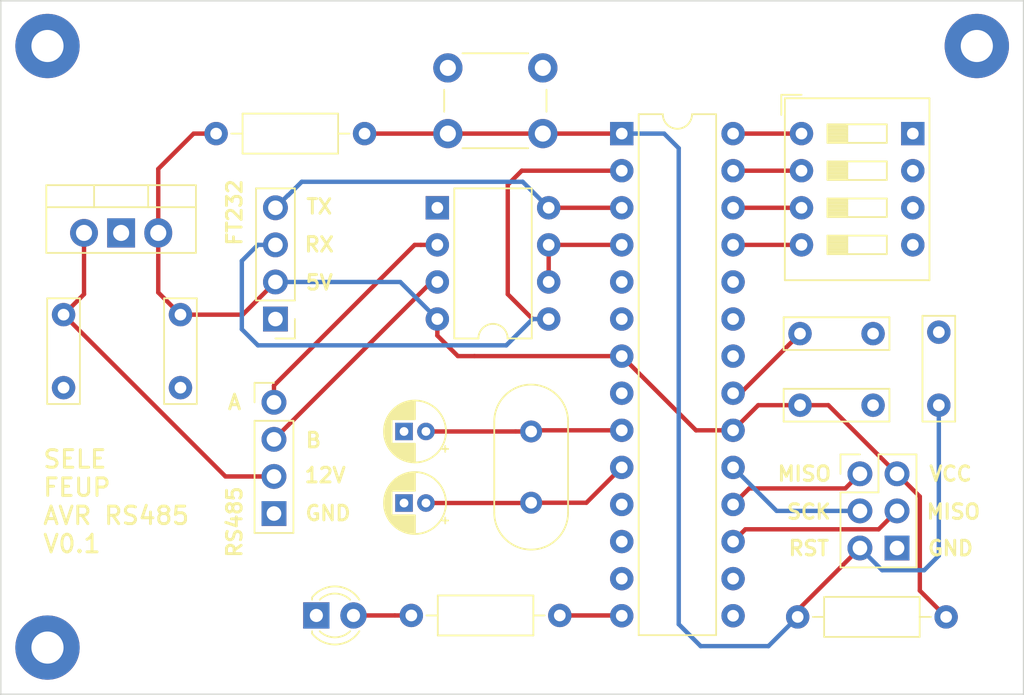
<source format=kicad_pcb>
(kicad_pcb (version 20171130) (host pcbnew "(5.1.4-0-10_14)")

  (general
    (thickness 1.6)
    (drawings 22)
    (tracks 99)
    (zones 0)
    (modules 23)
    (nets 31)
  )

  (page A4)
  (layers
    (0 F.Cu signal)
    (31 B.Cu signal)
    (32 B.Adhes user)
    (33 F.Adhes user)
    (34 B.Paste user)
    (35 F.Paste user)
    (36 B.SilkS user)
    (37 F.SilkS user)
    (38 B.Mask user)
    (39 F.Mask user)
    (40 Dwgs.User user)
    (41 Cmts.User user)
    (42 Eco1.User user)
    (43 Eco2.User user)
    (44 Edge.Cuts user)
    (45 Margin user)
    (46 B.CrtYd user)
    (47 F.CrtYd user)
    (48 B.Fab user)
    (49 F.Fab user hide)
  )

  (setup
    (last_trace_width 0.3)
    (trace_clearance 0.2)
    (zone_clearance 0.254)
    (zone_45_only no)
    (trace_min 0.3)
    (via_size 0.8)
    (via_drill 0.4)
    (via_min_size 0.4)
    (via_min_drill 0.3)
    (uvia_size 0.3)
    (uvia_drill 0.1)
    (uvias_allowed no)
    (uvia_min_size 0.2)
    (uvia_min_drill 0.1)
    (edge_width 0.05)
    (segment_width 0.2)
    (pcb_text_width 0.3)
    (pcb_text_size 1.5 1.5)
    (mod_edge_width 0.12)
    (mod_text_size 1 1)
    (mod_text_width 0.15)
    (pad_size 1.6 1.6)
    (pad_drill 0.8)
    (pad_to_mask_clearance 0.051)
    (solder_mask_min_width 0.25)
    (aux_axis_origin 0 0)
    (visible_elements FFFFFF7F)
    (pcbplotparams
      (layerselection 0x010fc_ffffffff)
      (usegerberextensions false)
      (usegerberattributes false)
      (usegerberadvancedattributes false)
      (creategerberjobfile false)
      (excludeedgelayer true)
      (linewidth 0.100000)
      (plotframeref false)
      (viasonmask false)
      (mode 1)
      (useauxorigin false)
      (hpglpennumber 1)
      (hpglpenspeed 20)
      (hpglpendiameter 15.000000)
      (psnegative false)
      (psa4output false)
      (plotreference true)
      (plotvalue true)
      (plotinvisibletext false)
      (padsonsilk false)
      (subtractmaskfromsilk false)
      (outputformat 1)
      (mirror false)
      (drillshape 1)
      (scaleselection 1)
      (outputdirectory ""))
  )

  (net 0 "")
  (net 1 GND)
  (net 2 +12V)
  (net 3 "Net-(D1-Pad2)")
  (net 4 TX)
  (net 5 RX)
  (net 6 "Net-(U1-Pad13)")
  (net 7 "Net-(U1-Pad12)")
  (net 8 "Net-(U1-Pad11)")
  (net 9 "Net-(U1-Pad24)")
  (net 10 "Net-(U1-Pad23)")
  (net 11 "Net-(U1-Pad6)")
  (net 12 "Net-(U1-Pad5)")
  (net 13 "Net-(U1-Pad16)")
  (net 14 "Net-(U1-Pad15)")
  (net 15 PC2)
  (net 16 PC3)
  (net 17 PC4)
  (net 18 PC5)
  (net 19 XTAL1)
  (net 20 XTAL2)
  (net 21 AREF)
  (net 22 AVCC)
  (net 23 RESET)
  (net 24 MOSI)
  (net 25 SCK)
  (net 26 MISO)
  (net 27 B)
  (net 28 A)
  (net 29 LED)
  (net 30 ENABLE)

  (net_class Default "This is the default net class."
    (clearance 0.2)
    (trace_width 0.3)
    (via_dia 0.8)
    (via_drill 0.4)
    (uvia_dia 0.3)
    (uvia_drill 0.1)
    (add_net +12V)
    (add_net A)
    (add_net AREF)
    (add_net AVCC)
    (add_net B)
    (add_net ENABLE)
    (add_net GND)
    (add_net LED)
    (add_net MISO)
    (add_net MOSI)
    (add_net "Net-(D1-Pad2)")
    (add_net "Net-(U1-Pad11)")
    (add_net "Net-(U1-Pad12)")
    (add_net "Net-(U1-Pad13)")
    (add_net "Net-(U1-Pad15)")
    (add_net "Net-(U1-Pad16)")
    (add_net "Net-(U1-Pad23)")
    (add_net "Net-(U1-Pad24)")
    (add_net "Net-(U1-Pad5)")
    (add_net "Net-(U1-Pad6)")
    (add_net PC2)
    (add_net PC3)
    (add_net PC4)
    (add_net PC5)
    (add_net RESET)
    (add_net RX)
    (add_net SCK)
    (add_net TX)
    (add_net XTAL1)
    (add_net XTAL2)
  )

  (module MountingHole:MountingHole_2.2mm_M2_Pad (layer F.Cu) (tedit 56D1B4CB) (tstamp 5DD1B596)
    (at 80.6 107.8)
    (descr "Mounting Hole 2.2mm, M2")
    (tags "mounting hole 2.2mm m2")
    (attr virtual)
    (fp_text reference REF** (at 0 -3.2) (layer F.SilkS) hide
      (effects (font (size 1 1) (thickness 0.15)))
    )
    (fp_text value MountingHole_2.2mm_M2_Pad (at 0 3.2) (layer F.Fab)
      (effects (font (size 1 1) (thickness 0.15)))
    )
    (fp_circle (center 0 0) (end 2.45 0) (layer F.CrtYd) (width 0.05))
    (fp_circle (center 0 0) (end 2.2 0) (layer Cmts.User) (width 0.15))
    (fp_text user %R (at 0.3 0) (layer F.Fab)
      (effects (font (size 1 1) (thickness 0.15)))
    )
    (pad 1 thru_hole circle (at 0 0) (size 4.4 4.4) (drill 2.2) (layers *.Cu *.Mask))
  )

  (module MountingHole:MountingHole_2.2mm_M2_Pad (layer F.Cu) (tedit 56D1B4CB) (tstamp 5DD1B588)
    (at 80.6 66.6)
    (descr "Mounting Hole 2.2mm, M2")
    (tags "mounting hole 2.2mm m2")
    (attr virtual)
    (fp_text reference REF** (at 0 -3.2) (layer F.SilkS) hide
      (effects (font (size 1 1) (thickness 0.15)))
    )
    (fp_text value MountingHole_2.2mm_M2_Pad (at 0 3.2) (layer F.Fab)
      (effects (font (size 1 1) (thickness 0.15)))
    )
    (fp_text user %R (at 0.3 0) (layer F.Fab)
      (effects (font (size 1 1) (thickness 0.15)))
    )
    (fp_circle (center 0 0) (end 2.2 0) (layer Cmts.User) (width 0.15))
    (fp_circle (center 0 0) (end 2.45 0) (layer F.CrtYd) (width 0.05))
    (pad 1 thru_hole circle (at 0 0) (size 4.4 4.4) (drill 2.2) (layers *.Cu *.Mask))
  )

  (module MountingHole:MountingHole_2.2mm_M2_Pad (layer F.Cu) (tedit 56D1B4CB) (tstamp 5DD1B568)
    (at 144.2 66.6)
    (descr "Mounting Hole 2.2mm, M2")
    (tags "mounting hole 2.2mm m2")
    (attr virtual)
    (fp_text reference REF** (at 0 -3.2) (layer F.SilkS) hide
      (effects (font (size 1 1) (thickness 0.15)))
    )
    (fp_text value MountingHole_2.2mm_M2_Pad (at 0 3.2) (layer F.Fab)
      (effects (font (size 1 1) (thickness 0.15)))
    )
    (fp_circle (center 0 0) (end 2.45 0) (layer F.CrtYd) (width 0.05))
    (fp_circle (center 0 0) (end 2.2 0) (layer Cmts.User) (width 0.15))
    (fp_text user %R (at 0.3 0) (layer F.Fab)
      (effects (font (size 1 1) (thickness 0.15)))
    )
    (pad 1 thru_hole circle (at 0 0) (size 4.4 4.4) (drill 2.2) (layers *.Cu *.Mask))
  )

  (module Socket_Strips:Socket_Strip_Straight_1x04_Pitch2.54mm (layer F.Cu) (tedit 58CD5446) (tstamp 5DD16471)
    (at 96.2 85.3 180)
    (descr "Through hole straight socket strip, 1x04, 2.54mm pitch, single row")
    (tags "Through hole socket strip THT 1x04 2.54mm single row")
    (path /5DCFAC6F)
    (fp_text reference J3 (at 0 -2.33) (layer F.SilkS) hide
      (effects (font (size 1 1) (thickness 0.15)))
    )
    (fp_text value "FT232 Adapter" (at 0 9.95) (layer F.Fab)
      (effects (font (size 1 1) (thickness 0.15)))
    )
    (fp_text user %R (at 0 -2.33) (layer F.Fab)
      (effects (font (size 1 1) (thickness 0.15)))
    )
    (fp_line (start 1.8 -1.8) (end -1.8 -1.8) (layer F.CrtYd) (width 0.05))
    (fp_line (start 1.8 9.4) (end 1.8 -1.8) (layer F.CrtYd) (width 0.05))
    (fp_line (start -1.8 9.4) (end 1.8 9.4) (layer F.CrtYd) (width 0.05))
    (fp_line (start -1.8 -1.8) (end -1.8 9.4) (layer F.CrtYd) (width 0.05))
    (fp_line (start -1.33 -1.33) (end 0 -1.33) (layer F.SilkS) (width 0.12))
    (fp_line (start -1.33 0) (end -1.33 -1.33) (layer F.SilkS) (width 0.12))
    (fp_line (start 1.33 1.27) (end -1.33 1.27) (layer F.SilkS) (width 0.12))
    (fp_line (start 1.33 8.95) (end 1.33 1.27) (layer F.SilkS) (width 0.12))
    (fp_line (start -1.33 8.95) (end 1.33 8.95) (layer F.SilkS) (width 0.12))
    (fp_line (start -1.33 1.27) (end -1.33 8.95) (layer F.SilkS) (width 0.12))
    (fp_line (start 1.27 -1.27) (end -1.27 -1.27) (layer F.Fab) (width 0.1))
    (fp_line (start 1.27 8.89) (end 1.27 -1.27) (layer F.Fab) (width 0.1))
    (fp_line (start -1.27 8.89) (end 1.27 8.89) (layer F.Fab) (width 0.1))
    (fp_line (start -1.27 -1.27) (end -1.27 8.89) (layer F.Fab) (width 0.1))
    (pad 4 thru_hole oval (at 0 7.62 180) (size 1.7 1.7) (drill 1) (layers *.Cu *.Mask)
      (net 4 TX))
    (pad 3 thru_hole oval (at 0 5.08 180) (size 1.7 1.7) (drill 1) (layers *.Cu *.Mask)
      (net 5 RX))
    (pad 2 thru_hole oval (at 0 2.54 180) (size 1.7 1.7) (drill 1) (layers *.Cu *.Mask)
      (net 22 AVCC))
    (pad 1 thru_hole rect (at 0 0 180) (size 1.7 1.7) (drill 1) (layers *.Cu *.Mask)
      (net 1 GND))
    (model ${KIPRJMOD}/Connector_PinSocket_2.54mm.3dshapes/PinSocket_1x04_P2.54mm_Vertical.step
      (at (xyz 0 0 0))
      (scale (xyz 1 1 1))
      (rotate (xyz 0 0 0))
    )
  )

  (module Resistor_THT:R_Axial_DIN0207_L6.3mm_D2.5mm_P10.16mm_Horizontal (layer F.Cu) (tedit 5AE5139B) (tstamp 5DD0A010)
    (at 102.3 72.6 180)
    (descr "Resistor, Axial_DIN0207 series, Axial, Horizontal, pin pitch=10.16mm, 0.25W = 1/4W, length*diameter=6.3*2.5mm^2, http://cdn-reichelt.de/documents/datenblatt/B400/1_4W%23YAG.pdf")
    (tags "Resistor Axial_DIN0207 series Axial Horizontal pin pitch 10.16mm 0.25W = 1/4W length 6.3mm diameter 2.5mm")
    (path /5DCD806E)
    (fp_text reference R3 (at 5.08 -2.37) (layer F.SilkS) hide
      (effects (font (size 1 1) (thickness 0.15)))
    )
    (fp_text value 47k (at 5.08 2.37) (layer F.Fab)
      (effects (font (size 1 1) (thickness 0.15)))
    )
    (fp_text user %R (at 5.08 0) (layer F.Fab)
      (effects (font (size 1 1) (thickness 0.15)))
    )
    (fp_line (start 11.21 -1.5) (end -1.05 -1.5) (layer F.CrtYd) (width 0.05))
    (fp_line (start 11.21 1.5) (end 11.21 -1.5) (layer F.CrtYd) (width 0.05))
    (fp_line (start -1.05 1.5) (end 11.21 1.5) (layer F.CrtYd) (width 0.05))
    (fp_line (start -1.05 -1.5) (end -1.05 1.5) (layer F.CrtYd) (width 0.05))
    (fp_line (start 9.12 0) (end 8.35 0) (layer F.SilkS) (width 0.12))
    (fp_line (start 1.04 0) (end 1.81 0) (layer F.SilkS) (width 0.12))
    (fp_line (start 8.35 -1.37) (end 1.81 -1.37) (layer F.SilkS) (width 0.12))
    (fp_line (start 8.35 1.37) (end 8.35 -1.37) (layer F.SilkS) (width 0.12))
    (fp_line (start 1.81 1.37) (end 8.35 1.37) (layer F.SilkS) (width 0.12))
    (fp_line (start 1.81 -1.37) (end 1.81 1.37) (layer F.SilkS) (width 0.12))
    (fp_line (start 10.16 0) (end 8.23 0) (layer F.Fab) (width 0.1))
    (fp_line (start 0 0) (end 1.93 0) (layer F.Fab) (width 0.1))
    (fp_line (start 8.23 -1.25) (end 1.93 -1.25) (layer F.Fab) (width 0.1))
    (fp_line (start 8.23 1.25) (end 8.23 -1.25) (layer F.Fab) (width 0.1))
    (fp_line (start 1.93 1.25) (end 8.23 1.25) (layer F.Fab) (width 0.1))
    (fp_line (start 1.93 -1.25) (end 1.93 1.25) (layer F.Fab) (width 0.1))
    (pad 2 thru_hole oval (at 10.16 0 180) (size 1.6 1.6) (drill 0.8) (layers *.Cu *.Mask)
      (net 22 AVCC))
    (pad 1 thru_hole circle (at 0 0 180) (size 1.6 1.6) (drill 0.8) (layers *.Cu *.Mask)
      (net 23 RESET))
    (model ${KISYS3DMOD}/Resistor_THT.3dshapes/R_Axial_DIN0207_L6.3mm_D2.5mm_P10.16mm_Horizontal.wrl
      (at (xyz 0 0 0))
      (scale (xyz 1 1 1))
      (rotate (xyz 0 0 0))
    )
  )

  (module Package_DIP:DIP-28_W7.62mm (layer F.Cu) (tedit 5A02E8C5) (tstamp 5DD1604D)
    (at 119.9 72.6)
    (descr "28-lead though-hole mounted DIP package, row spacing 7.62 mm (300 mils)")
    (tags "THT DIP DIL PDIP 2.54mm 7.62mm 300mil")
    (path /5DD7BC4B)
    (fp_text reference U1 (at 3.81 -2.33) (layer F.SilkS) hide
      (effects (font (size 1 1) (thickness 0.15)))
    )
    (fp_text value atmega328p (at 3.81 35.35) (layer F.Fab)
      (effects (font (size 1 1) (thickness 0.15)))
    )
    (fp_text user %R (at 3.81 16.51) (layer F.Fab)
      (effects (font (size 1 1) (thickness 0.15)))
    )
    (fp_line (start 8.7 -1.55) (end -1.1 -1.55) (layer F.CrtYd) (width 0.05))
    (fp_line (start 8.7 34.55) (end 8.7 -1.55) (layer F.CrtYd) (width 0.05))
    (fp_line (start -1.1 34.55) (end 8.7 34.55) (layer F.CrtYd) (width 0.05))
    (fp_line (start -1.1 -1.55) (end -1.1 34.55) (layer F.CrtYd) (width 0.05))
    (fp_line (start 6.46 -1.33) (end 4.81 -1.33) (layer F.SilkS) (width 0.12))
    (fp_line (start 6.46 34.35) (end 6.46 -1.33) (layer F.SilkS) (width 0.12))
    (fp_line (start 1.16 34.35) (end 6.46 34.35) (layer F.SilkS) (width 0.12))
    (fp_line (start 1.16 -1.33) (end 1.16 34.35) (layer F.SilkS) (width 0.12))
    (fp_line (start 2.81 -1.33) (end 1.16 -1.33) (layer F.SilkS) (width 0.12))
    (fp_line (start 0.635 -0.27) (end 1.635 -1.27) (layer F.Fab) (width 0.1))
    (fp_line (start 0.635 34.29) (end 0.635 -0.27) (layer F.Fab) (width 0.1))
    (fp_line (start 6.985 34.29) (end 0.635 34.29) (layer F.Fab) (width 0.1))
    (fp_line (start 6.985 -1.27) (end 6.985 34.29) (layer F.Fab) (width 0.1))
    (fp_line (start 1.635 -1.27) (end 6.985 -1.27) (layer F.Fab) (width 0.1))
    (fp_arc (start 3.81 -1.33) (end 2.81 -1.33) (angle -180) (layer F.SilkS) (width 0.12))
    (pad 28 thru_hole oval (at 7.62 0) (size 1.6 1.6) (drill 0.8) (layers *.Cu *.Mask)
      (net 18 PC5))
    (pad 14 thru_hole oval (at 0 33.02) (size 1.6 1.6) (drill 0.8) (layers *.Cu *.Mask)
      (net 29 LED))
    (pad 27 thru_hole oval (at 7.62 2.54) (size 1.6 1.6) (drill 0.8) (layers *.Cu *.Mask)
      (net 17 PC4))
    (pad 13 thru_hole oval (at 0 30.48) (size 1.6 1.6) (drill 0.8) (layers *.Cu *.Mask)
      (net 6 "Net-(U1-Pad13)"))
    (pad 26 thru_hole oval (at 7.62 5.08) (size 1.6 1.6) (drill 0.8) (layers *.Cu *.Mask)
      (net 16 PC3))
    (pad 12 thru_hole oval (at 0 27.94) (size 1.6 1.6) (drill 0.8) (layers *.Cu *.Mask)
      (net 7 "Net-(U1-Pad12)"))
    (pad 25 thru_hole oval (at 7.62 7.62) (size 1.6 1.6) (drill 0.8) (layers *.Cu *.Mask)
      (net 15 PC2))
    (pad 11 thru_hole oval (at 0 25.4) (size 1.6 1.6) (drill 0.8) (layers *.Cu *.Mask)
      (net 8 "Net-(U1-Pad11)"))
    (pad 24 thru_hole oval (at 7.62 10.16) (size 1.6 1.6) (drill 0.8) (layers *.Cu *.Mask)
      (net 9 "Net-(U1-Pad24)"))
    (pad 10 thru_hole oval (at 0 22.86) (size 1.6 1.6) (drill 0.8) (layers *.Cu *.Mask)
      (net 20 XTAL2))
    (pad 23 thru_hole oval (at 7.62 12.7) (size 1.6 1.6) (drill 0.8) (layers *.Cu *.Mask)
      (net 10 "Net-(U1-Pad23)"))
    (pad 9 thru_hole oval (at 0 20.32) (size 1.6 1.6) (drill 0.8) (layers *.Cu *.Mask)
      (net 19 XTAL1))
    (pad 22 thru_hole oval (at 7.62 15.24) (size 1.6 1.6) (drill 0.8) (layers *.Cu *.Mask)
      (net 1 GND))
    (pad 8 thru_hole oval (at 0 17.78) (size 1.6 1.6) (drill 0.8) (layers *.Cu *.Mask)
      (net 1 GND))
    (pad 21 thru_hole oval (at 7.62 17.78) (size 1.6 1.6) (drill 0.8) (layers *.Cu *.Mask)
      (net 21 AREF))
    (pad 7 thru_hole oval (at 0 15.24) (size 1.6 1.6) (drill 0.8) (layers *.Cu *.Mask)
      (net 22 AVCC))
    (pad 20 thru_hole oval (at 7.62 20.32) (size 1.6 1.6) (drill 0.8) (layers *.Cu *.Mask)
      (net 22 AVCC))
    (pad 6 thru_hole oval (at 0 12.7) (size 1.6 1.6) (drill 0.8) (layers *.Cu *.Mask)
      (net 11 "Net-(U1-Pad6)"))
    (pad 19 thru_hole oval (at 7.62 22.86) (size 1.6 1.6) (drill 0.8) (layers *.Cu *.Mask)
      (net 25 SCK))
    (pad 5 thru_hole oval (at 0 10.16) (size 1.6 1.6) (drill 0.8) (layers *.Cu *.Mask)
      (net 12 "Net-(U1-Pad5)"))
    (pad 18 thru_hole oval (at 7.62 25.4) (size 1.6 1.6) (drill 0.8) (layers *.Cu *.Mask)
      (net 26 MISO))
    (pad 4 thru_hole oval (at 0 7.62) (size 1.6 1.6) (drill 0.8) (layers *.Cu *.Mask)
      (net 30 ENABLE))
    (pad 17 thru_hole oval (at 7.62 27.94) (size 1.6 1.6) (drill 0.8) (layers *.Cu *.Mask)
      (net 24 MOSI))
    (pad 3 thru_hole oval (at 0 5.08) (size 1.6 1.6) (drill 0.8) (layers *.Cu *.Mask)
      (net 4 TX))
    (pad 16 thru_hole oval (at 7.62 30.48) (size 1.6 1.6) (drill 0.8) (layers *.Cu *.Mask)
      (net 13 "Net-(U1-Pad16)"))
    (pad 2 thru_hole oval (at 0 2.54) (size 1.6 1.6) (drill 0.8) (layers *.Cu *.Mask)
      (net 5 RX))
    (pad 15 thru_hole oval (at 7.62 33.02) (size 1.6 1.6) (drill 0.8) (layers *.Cu *.Mask)
      (net 14 "Net-(U1-Pad15)"))
    (pad 1 thru_hole rect (at 0 0) (size 1.6 1.6) (drill 0.8) (layers *.Cu *.Mask)
      (net 23 RESET))
    (model ${KISYS3DMOD}/Package_DIP.3dshapes/DIP-28_W7.62mm.wrl
      (at (xyz 0 0 0))
      (scale (xyz 1 1 1))
      (rotate (xyz 0 0 0))
    )
  )

  (module Resistor_THT:R_Axial_DIN0207_L6.3mm_D2.5mm_P10.16mm_Horizontal (layer F.Cu) (tedit 5AE5139B) (tstamp 5DD09FFD)
    (at 142.1 105.7 180)
    (descr "Resistor, Axial_DIN0207 series, Axial, Horizontal, pin pitch=10.16mm, 0.25W = 1/4W, length*diameter=6.3*2.5mm^2, http://cdn-reichelt.de/documents/datenblatt/B400/1_4W%23YAG.pdf")
    (tags "Resistor Axial_DIN0207 series Axial Horizontal pin pitch 10.16mm 0.25W = 1/4W length 6.3mm diameter 2.5mm")
    (path /5DCF1637)
    (fp_text reference R2 (at 5.08 -2.37) (layer F.SilkS) hide
      (effects (font (size 1 1) (thickness 0.15)))
    )
    (fp_text value 4.7k (at 5.08 2.37) (layer F.Fab)
      (effects (font (size 1 1) (thickness 0.15)))
    )
    (fp_text user %R (at 5.08 0) (layer F.Fab)
      (effects (font (size 1 1) (thickness 0.15)))
    )
    (fp_line (start 11.21 -1.5) (end -1.05 -1.5) (layer F.CrtYd) (width 0.05))
    (fp_line (start 11.21 1.5) (end 11.21 -1.5) (layer F.CrtYd) (width 0.05))
    (fp_line (start -1.05 1.5) (end 11.21 1.5) (layer F.CrtYd) (width 0.05))
    (fp_line (start -1.05 -1.5) (end -1.05 1.5) (layer F.CrtYd) (width 0.05))
    (fp_line (start 9.12 0) (end 8.35 0) (layer F.SilkS) (width 0.12))
    (fp_line (start 1.04 0) (end 1.81 0) (layer F.SilkS) (width 0.12))
    (fp_line (start 8.35 -1.37) (end 1.81 -1.37) (layer F.SilkS) (width 0.12))
    (fp_line (start 8.35 1.37) (end 8.35 -1.37) (layer F.SilkS) (width 0.12))
    (fp_line (start 1.81 1.37) (end 8.35 1.37) (layer F.SilkS) (width 0.12))
    (fp_line (start 1.81 -1.37) (end 1.81 1.37) (layer F.SilkS) (width 0.12))
    (fp_line (start 10.16 0) (end 8.23 0) (layer F.Fab) (width 0.1))
    (fp_line (start 0 0) (end 1.93 0) (layer F.Fab) (width 0.1))
    (fp_line (start 8.23 -1.25) (end 1.93 -1.25) (layer F.Fab) (width 0.1))
    (fp_line (start 8.23 1.25) (end 8.23 -1.25) (layer F.Fab) (width 0.1))
    (fp_line (start 1.93 1.25) (end 8.23 1.25) (layer F.Fab) (width 0.1))
    (fp_line (start 1.93 -1.25) (end 1.93 1.25) (layer F.Fab) (width 0.1))
    (pad 2 thru_hole oval (at 10.16 0 180) (size 1.6 1.6) (drill 0.8) (layers *.Cu *.Mask)
      (net 23 RESET))
    (pad 1 thru_hole circle (at 0 0 180) (size 1.6 1.6) (drill 0.8) (layers *.Cu *.Mask)
      (net 22 AVCC))
    (model ${KISYS3DMOD}/Resistor_THT.3dshapes/R_Axial_DIN0207_L6.3mm_D2.5mm_P10.16mm_Horizontal.wrl
      (at (xyz 0 0 0))
      (scale (xyz 1 1 1))
      (rotate (xyz 0 0 0))
    )
  )

  (module Resistor_THT:R_Axial_DIN0207_L6.3mm_D2.5mm_P10.16mm_Horizontal (layer F.Cu) (tedit 5AE5139B) (tstamp 5DD09FEA)
    (at 105.5 105.6)
    (descr "Resistor, Axial_DIN0207 series, Axial, Horizontal, pin pitch=10.16mm, 0.25W = 1/4W, length*diameter=6.3*2.5mm^2, http://cdn-reichelt.de/documents/datenblatt/B400/1_4W%23YAG.pdf")
    (tags "Resistor Axial_DIN0207 series Axial Horizontal pin pitch 10.16mm 0.25W = 1/4W length 6.3mm diameter 2.5mm")
    (path /5DCD4908)
    (fp_text reference R1 (at 5.08 -2.37) (layer F.SilkS) hide
      (effects (font (size 1 1) (thickness 0.15)))
    )
    (fp_text value 330 (at 5.08 2.37) (layer F.Fab)
      (effects (font (size 1 1) (thickness 0.15)))
    )
    (fp_text user %R (at 5.08 0) (layer F.Fab)
      (effects (font (size 1 1) (thickness 0.15)))
    )
    (fp_line (start 11.21 -1.5) (end -1.05 -1.5) (layer F.CrtYd) (width 0.05))
    (fp_line (start 11.21 1.5) (end 11.21 -1.5) (layer F.CrtYd) (width 0.05))
    (fp_line (start -1.05 1.5) (end 11.21 1.5) (layer F.CrtYd) (width 0.05))
    (fp_line (start -1.05 -1.5) (end -1.05 1.5) (layer F.CrtYd) (width 0.05))
    (fp_line (start 9.12 0) (end 8.35 0) (layer F.SilkS) (width 0.12))
    (fp_line (start 1.04 0) (end 1.81 0) (layer F.SilkS) (width 0.12))
    (fp_line (start 8.35 -1.37) (end 1.81 -1.37) (layer F.SilkS) (width 0.12))
    (fp_line (start 8.35 1.37) (end 8.35 -1.37) (layer F.SilkS) (width 0.12))
    (fp_line (start 1.81 1.37) (end 8.35 1.37) (layer F.SilkS) (width 0.12))
    (fp_line (start 1.81 -1.37) (end 1.81 1.37) (layer F.SilkS) (width 0.12))
    (fp_line (start 10.16 0) (end 8.23 0) (layer F.Fab) (width 0.1))
    (fp_line (start 0 0) (end 1.93 0) (layer F.Fab) (width 0.1))
    (fp_line (start 8.23 -1.25) (end 1.93 -1.25) (layer F.Fab) (width 0.1))
    (fp_line (start 8.23 1.25) (end 8.23 -1.25) (layer F.Fab) (width 0.1))
    (fp_line (start 1.93 1.25) (end 8.23 1.25) (layer F.Fab) (width 0.1))
    (fp_line (start 1.93 -1.25) (end 1.93 1.25) (layer F.Fab) (width 0.1))
    (pad 2 thru_hole oval (at 10.16 0) (size 1.6 1.6) (drill 0.8) (layers *.Cu *.Mask)
      (net 29 LED))
    (pad 1 thru_hole circle (at 0 0) (size 1.6 1.6) (drill 0.8) (layers *.Cu *.Mask)
      (net 3 "Net-(D1-Pad2)"))
    (model ${KISYS3DMOD}/Resistor_THT.3dshapes/R_Axial_DIN0207_L6.3mm_D2.5mm_P10.16mm_Horizontal.wrl
      (at (xyz 0 0 0))
      (scale (xyz 1 1 1))
      (rotate (xyz 0 0 0))
    )
  )

  (module Connector_PinHeader_2.54mm:PinHeader_1x04_P2.54mm_Vertical (layer F.Cu) (tedit 5DD16739) (tstamp 5DD166DE)
    (at 96.1 91)
    (descr "Through hole straight pin header, 1x04, 2.54mm pitch, single row")
    (tags "Through hole pin header THT 1x04 2.54mm single row")
    (path /5DCFF1BF)
    (fp_text reference J2 (at 0 -2.33) (layer F.SilkS) hide
      (effects (font (size 1 1) (thickness 0.15)))
    )
    (fp_text value "Input Cables" (at 0 9.95) (layer F.Fab)
      (effects (font (size 1 1) (thickness 0.15)))
    )
    (fp_text user %R (at 0 3.81 90) (layer F.Fab)
      (effects (font (size 1 1) (thickness 0.15)))
    )
    (fp_line (start 1.8 -1.8) (end -1.8 -1.8) (layer F.CrtYd) (width 0.05))
    (fp_line (start 1.8 9.4) (end 1.8 -1.8) (layer F.CrtYd) (width 0.05))
    (fp_line (start -1.8 9.4) (end 1.8 9.4) (layer F.CrtYd) (width 0.05))
    (fp_line (start -1.8 -1.8) (end -1.8 9.4) (layer F.CrtYd) (width 0.05))
    (fp_line (start -1.33 -1.33) (end 0 -1.33) (layer F.SilkS) (width 0.12))
    (fp_line (start -1.33 0) (end -1.33 -1.33) (layer F.SilkS) (width 0.12))
    (fp_line (start -1.33 1.27) (end 1.33 1.27) (layer F.SilkS) (width 0.12))
    (fp_line (start 1.33 1.27) (end 1.33 8.95) (layer F.SilkS) (width 0.12))
    (fp_line (start -1.33 1.27) (end -1.33 8.95) (layer F.SilkS) (width 0.12))
    (fp_line (start -1.33 8.95) (end 1.33 8.95) (layer F.SilkS) (width 0.12))
    (fp_line (start -1.27 -0.635) (end -0.635 -1.27) (layer F.Fab) (width 0.1))
    (fp_line (start -1.27 8.89) (end -1.27 -0.635) (layer F.Fab) (width 0.1))
    (fp_line (start 1.27 8.89) (end -1.27 8.89) (layer F.Fab) (width 0.1))
    (fp_line (start 1.27 -1.27) (end 1.27 8.89) (layer F.Fab) (width 0.1))
    (fp_line (start -0.635 -1.27) (end 1.27 -1.27) (layer F.Fab) (width 0.1))
    (pad 4 thru_hole rect (at 0 7.62) (size 1.7 1.7) (drill 1) (layers *.Cu *.Mask)
      (net 1 GND))
    (pad 3 thru_hole oval (at 0 5.08) (size 1.7 1.7) (drill 1) (layers *.Cu *.Mask)
      (net 2 +12V))
    (pad 2 thru_hole oval (at 0 2.54) (size 1.7 1.7) (drill 1) (layers *.Cu *.Mask)
      (net 27 B))
    (pad 1 thru_hole circle (at 0 0) (size 1.7 1.7) (drill 1) (layers *.Cu *.Mask)
      (net 28 A))
    (model ${KISYS3DMOD}/Connector_PinHeader_2.54mm.3dshapes/PinHeader_1x04_P2.54mm_Vertical.wrl
      (at (xyz 0 0 0))
      (scale (xyz 1 1 1))
      (rotate (xyz 0 0 0))
    )
  )

  (module Connector_PinHeader_2.54mm:PinHeader_2x03_P2.54mm_Vertical (layer F.Cu) (tedit 5DD16788) (tstamp 5DD09FA3)
    (at 136.2 95.9)
    (descr "Through hole straight pin header, 2x03, 2.54mm pitch, double rows")
    (tags "Through hole pin header THT 2x03 2.54mm double row")
    (path /5DCEB58C)
    (fp_text reference J1 (at 1.27 -2.33) (layer F.SilkS) hide
      (effects (font (size 1 1) (thickness 0.15)))
    )
    (fp_text value AVR-ISP-6 (at 1.27 7.41) (layer F.Fab)
      (effects (font (size 1 1) (thickness 0.15)))
    )
    (fp_text user %R (at 1.27 2.54 90) (layer F.Fab)
      (effects (font (size 1 1) (thickness 0.15)))
    )
    (fp_line (start 4.35 -1.8) (end -1.8 -1.8) (layer F.CrtYd) (width 0.05))
    (fp_line (start 4.35 6.85) (end 4.35 -1.8) (layer F.CrtYd) (width 0.05))
    (fp_line (start -1.8 6.85) (end 4.35 6.85) (layer F.CrtYd) (width 0.05))
    (fp_line (start -1.8 -1.8) (end -1.8 6.85) (layer F.CrtYd) (width 0.05))
    (fp_line (start -1.33 -1.33) (end 0 -1.33) (layer F.SilkS) (width 0.12))
    (fp_line (start -1.33 0) (end -1.33 -1.33) (layer F.SilkS) (width 0.12))
    (fp_line (start 1.27 -1.33) (end 3.87 -1.33) (layer F.SilkS) (width 0.12))
    (fp_line (start 1.27 1.27) (end 1.27 -1.33) (layer F.SilkS) (width 0.12))
    (fp_line (start -1.33 1.27) (end 1.27 1.27) (layer F.SilkS) (width 0.12))
    (fp_line (start 3.87 -1.33) (end 3.87 6.41) (layer F.SilkS) (width 0.12))
    (fp_line (start -1.33 1.27) (end -1.33 6.41) (layer F.SilkS) (width 0.12))
    (fp_line (start -1.33 6.41) (end 3.87 6.41) (layer F.SilkS) (width 0.12))
    (fp_line (start -1.27 0) (end 0 -1.27) (layer F.Fab) (width 0.1))
    (fp_line (start -1.27 6.35) (end -1.27 0) (layer F.Fab) (width 0.1))
    (fp_line (start 3.81 6.35) (end -1.27 6.35) (layer F.Fab) (width 0.1))
    (fp_line (start 3.81 -1.27) (end 3.81 6.35) (layer F.Fab) (width 0.1))
    (fp_line (start 0 -1.27) (end 3.81 -1.27) (layer F.Fab) (width 0.1))
    (pad 6 thru_hole rect (at 2.54 5.08) (size 1.7 1.7) (drill 1) (layers *.Cu *.Mask)
      (net 1 GND))
    (pad 5 thru_hole oval (at 0 5.08) (size 1.7 1.7) (drill 1) (layers *.Cu *.Mask)
      (net 23 RESET))
    (pad 4 thru_hole oval (at 2.54 2.54) (size 1.7 1.7) (drill 1) (layers *.Cu *.Mask)
      (net 24 MOSI))
    (pad 3 thru_hole oval (at 0 2.54) (size 1.7 1.7) (drill 1) (layers *.Cu *.Mask)
      (net 25 SCK))
    (pad 2 thru_hole oval (at 2.54 0) (size 1.7 1.7) (drill 1) (layers *.Cu *.Mask)
      (net 22 AVCC))
    (pad 1 thru_hole circle (at 0 0) (size 1.7 1.7) (drill 1) (layers *.Cu *.Mask)
      (net 26 MISO))
    (model ${KISYS3DMOD}/Connector_PinHeader_2.54mm.3dshapes/PinHeader_2x03_P2.54mm_Vertical.wrl
      (at (xyz 0 0 0))
      (scale (xyz 1 1 1))
      (rotate (xyz 0 0 0))
    )
  )

  (module LED_THT:LED_D3.0mm (layer F.Cu) (tedit 587A3A7B) (tstamp 5DD09F86)
    (at 99 105.6)
    (descr "LED, diameter 3.0mm, 2 pins")
    (tags "LED diameter 3.0mm 2 pins")
    (path /5DCC3A7D)
    (fp_text reference D1 (at 1.27 -2.96) (layer F.SilkS) hide
      (effects (font (size 1 1) (thickness 0.15)))
    )
    (fp_text value LED (at 1.27 2.96) (layer F.Fab)
      (effects (font (size 1 1) (thickness 0.15)))
    )
    (fp_line (start 3.7 -2.25) (end -1.15 -2.25) (layer F.CrtYd) (width 0.05))
    (fp_line (start 3.7 2.25) (end 3.7 -2.25) (layer F.CrtYd) (width 0.05))
    (fp_line (start -1.15 2.25) (end 3.7 2.25) (layer F.CrtYd) (width 0.05))
    (fp_line (start -1.15 -2.25) (end -1.15 2.25) (layer F.CrtYd) (width 0.05))
    (fp_line (start -0.29 1.08) (end -0.29 1.236) (layer F.SilkS) (width 0.12))
    (fp_line (start -0.29 -1.236) (end -0.29 -1.08) (layer F.SilkS) (width 0.12))
    (fp_line (start -0.23 -1.16619) (end -0.23 1.16619) (layer F.Fab) (width 0.1))
    (fp_circle (center 1.27 0) (end 2.77 0) (layer F.Fab) (width 0.1))
    (fp_arc (start 1.27 0) (end 0.229039 1.08) (angle -87.9) (layer F.SilkS) (width 0.12))
    (fp_arc (start 1.27 0) (end 0.229039 -1.08) (angle 87.9) (layer F.SilkS) (width 0.12))
    (fp_arc (start 1.27 0) (end -0.29 1.235516) (angle -108.8) (layer F.SilkS) (width 0.12))
    (fp_arc (start 1.27 0) (end -0.29 -1.235516) (angle 108.8) (layer F.SilkS) (width 0.12))
    (fp_arc (start 1.27 0) (end -0.23 -1.16619) (angle 284.3) (layer F.Fab) (width 0.1))
    (pad 2 thru_hole circle (at 2.54 0) (size 1.8 1.8) (drill 0.9) (layers *.Cu *.Mask)
      (net 3 "Net-(D1-Pad2)"))
    (pad 1 thru_hole rect (at 0 0) (size 1.8 1.8) (drill 0.9) (layers *.Cu *.Mask)
      (net 1 GND))
    (model ${KISYS3DMOD}/LED_THT.3dshapes/LED_D3.0mm.wrl
      (at (xyz 0 0 0))
      (scale (xyz 1 1 1))
      (rotate (xyz 0 0 0))
    )
  )

  (module Capacitor_THT:C_Rect_L7.0mm_W2.0mm_P5.00mm (layer F.Cu) (tedit 5AE50EF0) (tstamp 5DD09F73)
    (at 89.7 85 270)
    (descr "C, Rect series, Radial, pin pitch=5.00mm, , length*width=7*2mm^2, Capacitor")
    (tags "C Rect series Radial pin pitch 5.00mm  length 7mm width 2mm Capacitor")
    (path /5DCE92CE)
    (fp_text reference C7 (at 2.5 -2.25 90) (layer F.SilkS) hide
      (effects (font (size 1 1) (thickness 0.15)))
    )
    (fp_text value 0.1uF (at 2.5 2.25 90) (layer F.Fab)
      (effects (font (size 1 1) (thickness 0.15)))
    )
    (fp_text user %R (at 2.5 0 90) (layer F.Fab)
      (effects (font (size 1 1) (thickness 0.15)))
    )
    (fp_line (start 6.25 -1.25) (end -1.25 -1.25) (layer F.CrtYd) (width 0.05))
    (fp_line (start 6.25 1.25) (end 6.25 -1.25) (layer F.CrtYd) (width 0.05))
    (fp_line (start -1.25 1.25) (end 6.25 1.25) (layer F.CrtYd) (width 0.05))
    (fp_line (start -1.25 -1.25) (end -1.25 1.25) (layer F.CrtYd) (width 0.05))
    (fp_line (start 6.12 -1.12) (end 6.12 1.12) (layer F.SilkS) (width 0.12))
    (fp_line (start -1.12 -1.12) (end -1.12 1.12) (layer F.SilkS) (width 0.12))
    (fp_line (start -1.12 1.12) (end 6.12 1.12) (layer F.SilkS) (width 0.12))
    (fp_line (start -1.12 -1.12) (end 6.12 -1.12) (layer F.SilkS) (width 0.12))
    (fp_line (start 6 -1) (end -1 -1) (layer F.Fab) (width 0.1))
    (fp_line (start 6 1) (end 6 -1) (layer F.Fab) (width 0.1))
    (fp_line (start -1 1) (end 6 1) (layer F.Fab) (width 0.1))
    (fp_line (start -1 -1) (end -1 1) (layer F.Fab) (width 0.1))
    (pad 2 thru_hole circle (at 5 0 270) (size 1.6 1.6) (drill 0.8) (layers *.Cu *.Mask)
      (net 1 GND))
    (pad 1 thru_hole circle (at 0 0 270) (size 1.6 1.6) (drill 0.8) (layers *.Cu *.Mask)
      (net 22 AVCC))
    (model ${KISYS3DMOD}/Capacitor_THT.3dshapes/C_Rect_L7.0mm_W2.0mm_P5.00mm.wrl
      (at (xyz 0 0 0))
      (scale (xyz 1 1 0.4))
      (rotate (xyz 0 0 0))
    )
  )

  (module Capacitor_THT:C_Rect_L7.0mm_W2.0mm_P5.00mm (layer F.Cu) (tedit 5AE50EF0) (tstamp 5DD09EA9)
    (at 81.7 85 270)
    (descr "C, Rect series, Radial, pin pitch=5.00mm, , length*width=7*2mm^2, Capacitor")
    (tags "C Rect series Radial pin pitch 5.00mm  length 7mm width 2mm Capacitor")
    (path /5DCE8AD6)
    (fp_text reference C6 (at 2.5 -2.25 90) (layer F.SilkS) hide
      (effects (font (size 1 1) (thickness 0.15)))
    )
    (fp_text value 0.33uF (at 2.5 2.25 90) (layer F.Fab)
      (effects (font (size 1 1) (thickness 0.15)))
    )
    (fp_text user %R (at 2.5 0 90) (layer F.Fab)
      (effects (font (size 1 1) (thickness 0.15)))
    )
    (fp_line (start 6.25 -1.25) (end -1.25 -1.25) (layer F.CrtYd) (width 0.05))
    (fp_line (start 6.25 1.25) (end 6.25 -1.25) (layer F.CrtYd) (width 0.05))
    (fp_line (start -1.25 1.25) (end 6.25 1.25) (layer F.CrtYd) (width 0.05))
    (fp_line (start -1.25 -1.25) (end -1.25 1.25) (layer F.CrtYd) (width 0.05))
    (fp_line (start 6.12 -1.12) (end 6.12 1.12) (layer F.SilkS) (width 0.12))
    (fp_line (start -1.12 -1.12) (end -1.12 1.12) (layer F.SilkS) (width 0.12))
    (fp_line (start -1.12 1.12) (end 6.12 1.12) (layer F.SilkS) (width 0.12))
    (fp_line (start -1.12 -1.12) (end 6.12 -1.12) (layer F.SilkS) (width 0.12))
    (fp_line (start 6 -1) (end -1 -1) (layer F.Fab) (width 0.1))
    (fp_line (start 6 1) (end 6 -1) (layer F.Fab) (width 0.1))
    (fp_line (start -1 1) (end 6 1) (layer F.Fab) (width 0.1))
    (fp_line (start -1 -1) (end -1 1) (layer F.Fab) (width 0.1))
    (pad 2 thru_hole circle (at 5 0 270) (size 1.6 1.6) (drill 0.8) (layers *.Cu *.Mask)
      (net 1 GND))
    (pad 1 thru_hole circle (at 0 0 270) (size 1.6 1.6) (drill 0.8) (layers *.Cu *.Mask)
      (net 2 +12V))
    (model ${KISYS3DMOD}/Capacitor_THT.3dshapes/C_Rect_L7.0mm_W2.0mm_P5.00mm.wrl
      (at (xyz 0 0 0))
      (scale (xyz 1 1 0.4))
      (rotate (xyz 0 0 0))
    )
  )

  (module Capacitor_THT:C_Rect_L7.0mm_W2.0mm_P5.00mm (layer F.Cu) (tedit 5AE50EF0) (tstamp 5DD09DDF)
    (at 141.6 86.2 270)
    (descr "C, Rect series, Radial, pin pitch=5.00mm, , length*width=7*2mm^2, Capacitor")
    (tags "C Rect series Radial pin pitch 5.00mm  length 7mm width 2mm Capacitor")
    (path /5DCF329E)
    (fp_text reference C5 (at 2.5 -2.25 90) (layer F.SilkS) hide
      (effects (font (size 1 1) (thickness 0.15)))
    )
    (fp_text value 10nF (at 2.5 2.25 90) (layer F.Fab)
      (effects (font (size 1 1) (thickness 0.15)))
    )
    (fp_text user %R (at 2.5 0 90) (layer F.Fab)
      (effects (font (size 1 1) (thickness 0.15)))
    )
    (fp_line (start 6.25 -1.25) (end -1.25 -1.25) (layer F.CrtYd) (width 0.05))
    (fp_line (start 6.25 1.25) (end 6.25 -1.25) (layer F.CrtYd) (width 0.05))
    (fp_line (start -1.25 1.25) (end 6.25 1.25) (layer F.CrtYd) (width 0.05))
    (fp_line (start -1.25 -1.25) (end -1.25 1.25) (layer F.CrtYd) (width 0.05))
    (fp_line (start 6.12 -1.12) (end 6.12 1.12) (layer F.SilkS) (width 0.12))
    (fp_line (start -1.12 -1.12) (end -1.12 1.12) (layer F.SilkS) (width 0.12))
    (fp_line (start -1.12 1.12) (end 6.12 1.12) (layer F.SilkS) (width 0.12))
    (fp_line (start -1.12 -1.12) (end 6.12 -1.12) (layer F.SilkS) (width 0.12))
    (fp_line (start 6 -1) (end -1 -1) (layer F.Fab) (width 0.1))
    (fp_line (start 6 1) (end 6 -1) (layer F.Fab) (width 0.1))
    (fp_line (start -1 1) (end 6 1) (layer F.Fab) (width 0.1))
    (fp_line (start -1 -1) (end -1 1) (layer F.Fab) (width 0.1))
    (pad 2 thru_hole circle (at 5 0 270) (size 1.6 1.6) (drill 0.8) (layers *.Cu *.Mask)
      (net 23 RESET))
    (pad 1 thru_hole circle (at 0 0 270) (size 1.6 1.6) (drill 0.8) (layers *.Cu *.Mask)
      (net 1 GND))
    (model ${KISYS3DMOD}/Capacitor_THT.3dshapes/C_Rect_L7.0mm_W2.0mm_P5.00mm.wrl
      (at (xyz 0 0 0))
      (scale (xyz 1 1 0.4))
      (rotate (xyz 0 0 0))
    )
  )

  (module Capacitor_THT:C_Rect_L7.0mm_W2.0mm_P5.00mm (layer F.Cu) (tedit 5AE50EF0) (tstamp 5DD153E4)
    (at 132.1 91.2)
    (descr "C, Rect series, Radial, pin pitch=5.00mm, , length*width=7*2mm^2, Capacitor")
    (tags "C Rect series Radial pin pitch 5.00mm  length 7mm width 2mm Capacitor")
    (path /5DCDF489)
    (fp_text reference C4 (at 2.5 -2.25) (layer F.SilkS) hide
      (effects (font (size 1 1) (thickness 0.15)))
    )
    (fp_text value 100nF (at 2.5 2.25) (layer F.Fab)
      (effects (font (size 1 1) (thickness 0.15)))
    )
    (fp_text user %R (at 2.5 0) (layer F.Fab)
      (effects (font (size 1 1) (thickness 0.15)))
    )
    (fp_line (start 6.25 -1.25) (end -1.25 -1.25) (layer F.CrtYd) (width 0.05))
    (fp_line (start 6.25 1.25) (end 6.25 -1.25) (layer F.CrtYd) (width 0.05))
    (fp_line (start -1.25 1.25) (end 6.25 1.25) (layer F.CrtYd) (width 0.05))
    (fp_line (start -1.25 -1.25) (end -1.25 1.25) (layer F.CrtYd) (width 0.05))
    (fp_line (start 6.12 -1.12) (end 6.12 1.12) (layer F.SilkS) (width 0.12))
    (fp_line (start -1.12 -1.12) (end -1.12 1.12) (layer F.SilkS) (width 0.12))
    (fp_line (start -1.12 1.12) (end 6.12 1.12) (layer F.SilkS) (width 0.12))
    (fp_line (start -1.12 -1.12) (end 6.12 -1.12) (layer F.SilkS) (width 0.12))
    (fp_line (start 6 -1) (end -1 -1) (layer F.Fab) (width 0.1))
    (fp_line (start 6 1) (end 6 -1) (layer F.Fab) (width 0.1))
    (fp_line (start -1 1) (end 6 1) (layer F.Fab) (width 0.1))
    (fp_line (start -1 -1) (end -1 1) (layer F.Fab) (width 0.1))
    (pad 2 thru_hole circle (at 5 0) (size 1.6 1.6) (drill 0.8) (layers *.Cu *.Mask)
      (net 1 GND))
    (pad 1 thru_hole circle (at 0 0) (size 1.6 1.6) (drill 0.8) (layers *.Cu *.Mask)
      (net 22 AVCC))
    (model ${KISYS3DMOD}/Capacitor_THT.3dshapes/C_Rect_L7.0mm_W2.0mm_P5.00mm.wrl
      (at (xyz 0 0 0))
      (scale (xyz 1 1 0.4))
      (rotate (xyz 0 0 0))
    )
  )

  (module Capacitor_THT:C_Rect_L7.0mm_W2.0mm_P5.00mm (layer F.Cu) (tedit 5AE50EF0) (tstamp 5DD09C4B)
    (at 132.1 86.3)
    (descr "C, Rect series, Radial, pin pitch=5.00mm, , length*width=7*2mm^2, Capacitor")
    (tags "C Rect series Radial pin pitch 5.00mm  length 7mm width 2mm Capacitor")
    (path /5DCDFDCE)
    (fp_text reference C3 (at 2.5 -2.25) (layer F.SilkS) hide
      (effects (font (size 1 1) (thickness 0.15)))
    )
    (fp_text value 100nF (at 2.5 2.25) (layer F.Fab)
      (effects (font (size 1 1) (thickness 0.15)))
    )
    (fp_text user %R (at 2.5 0) (layer F.Fab)
      (effects (font (size 1 1) (thickness 0.15)))
    )
    (fp_line (start 6.25 -1.25) (end -1.25 -1.25) (layer F.CrtYd) (width 0.05))
    (fp_line (start 6.25 1.25) (end 6.25 -1.25) (layer F.CrtYd) (width 0.05))
    (fp_line (start -1.25 1.25) (end 6.25 1.25) (layer F.CrtYd) (width 0.05))
    (fp_line (start -1.25 -1.25) (end -1.25 1.25) (layer F.CrtYd) (width 0.05))
    (fp_line (start 6.12 -1.12) (end 6.12 1.12) (layer F.SilkS) (width 0.12))
    (fp_line (start -1.12 -1.12) (end -1.12 1.12) (layer F.SilkS) (width 0.12))
    (fp_line (start -1.12 1.12) (end 6.12 1.12) (layer F.SilkS) (width 0.12))
    (fp_line (start -1.12 -1.12) (end 6.12 -1.12) (layer F.SilkS) (width 0.12))
    (fp_line (start 6 -1) (end -1 -1) (layer F.Fab) (width 0.1))
    (fp_line (start 6 1) (end 6 -1) (layer F.Fab) (width 0.1))
    (fp_line (start -1 1) (end 6 1) (layer F.Fab) (width 0.1))
    (fp_line (start -1 -1) (end -1 1) (layer F.Fab) (width 0.1))
    (pad 2 thru_hole circle (at 5 0) (size 1.6 1.6) (drill 0.8) (layers *.Cu *.Mask)
      (net 1 GND))
    (pad 1 thru_hole circle (at 0 0) (size 1.6 1.6) (drill 0.8) (layers *.Cu *.Mask)
      (net 21 AREF))
    (model ${KISYS3DMOD}/Capacitor_THT.3dshapes/C_Rect_L7.0mm_W2.0mm_P5.00mm.wrl
      (at (xyz 0 0 0))
      (scale (xyz 1 1 0.4))
      (rotate (xyz 0 0 0))
    )
  )

  (module Capacitor_THT:CP_Radial_D4.0mm_P1.50mm (layer F.Cu) (tedit 5DD16776) (tstamp 5DD156E5)
    (at 106.5 97.9 180)
    (descr "CP, Radial series, Radial, pin pitch=1.50mm, , diameter=4mm, Electrolytic Capacitor")
    (tags "CP Radial series Radial pin pitch 1.50mm  diameter 4mm Electrolytic Capacitor")
    (path /5DCC9DD1)
    (fp_text reference C2 (at 0.75 -3.25) (layer F.SilkS) hide
      (effects (font (size 1 1) (thickness 0.15)))
    )
    (fp_text value 22pF (at 0.75 3.25) (layer F.Fab)
      (effects (font (size 1 1) (thickness 0.15)))
    )
    (fp_text user %R (at 0.75 0) (layer F.Fab)
      (effects (font (size 0.8 0.8) (thickness 0.12)))
    )
    (fp_line (start -1.319801 -1.395) (end -1.319801 -0.995) (layer F.SilkS) (width 0.12))
    (fp_line (start -1.519801 -1.195) (end -1.119801 -1.195) (layer F.SilkS) (width 0.12))
    (fp_line (start 2.831 -0.37) (end 2.831 0.37) (layer F.SilkS) (width 0.12))
    (fp_line (start 2.791 -0.537) (end 2.791 0.537) (layer F.SilkS) (width 0.12))
    (fp_line (start 2.751 -0.664) (end 2.751 0.664) (layer F.SilkS) (width 0.12))
    (fp_line (start 2.711 -0.768) (end 2.711 0.768) (layer F.SilkS) (width 0.12))
    (fp_line (start 2.671 -0.859) (end 2.671 0.859) (layer F.SilkS) (width 0.12))
    (fp_line (start 2.631 -0.94) (end 2.631 0.94) (layer F.SilkS) (width 0.12))
    (fp_line (start 2.591 -1.013) (end 2.591 1.013) (layer F.SilkS) (width 0.12))
    (fp_line (start 2.551 -1.08) (end 2.551 1.08) (layer F.SilkS) (width 0.12))
    (fp_line (start 2.511 -1.142) (end 2.511 1.142) (layer F.SilkS) (width 0.12))
    (fp_line (start 2.471 -1.2) (end 2.471 1.2) (layer F.SilkS) (width 0.12))
    (fp_line (start 2.431 -1.254) (end 2.431 1.254) (layer F.SilkS) (width 0.12))
    (fp_line (start 2.391 -1.304) (end 2.391 1.304) (layer F.SilkS) (width 0.12))
    (fp_line (start 2.351 -1.351) (end 2.351 1.351) (layer F.SilkS) (width 0.12))
    (fp_line (start 2.311 0.84) (end 2.311 1.396) (layer F.SilkS) (width 0.12))
    (fp_line (start 2.311 -1.396) (end 2.311 -0.84) (layer F.SilkS) (width 0.12))
    (fp_line (start 2.271 0.84) (end 2.271 1.438) (layer F.SilkS) (width 0.12))
    (fp_line (start 2.271 -1.438) (end 2.271 -0.84) (layer F.SilkS) (width 0.12))
    (fp_line (start 2.231 0.84) (end 2.231 1.478) (layer F.SilkS) (width 0.12))
    (fp_line (start 2.231 -1.478) (end 2.231 -0.84) (layer F.SilkS) (width 0.12))
    (fp_line (start 2.191 0.84) (end 2.191 1.516) (layer F.SilkS) (width 0.12))
    (fp_line (start 2.191 -1.516) (end 2.191 -0.84) (layer F.SilkS) (width 0.12))
    (fp_line (start 2.151 0.84) (end 2.151 1.552) (layer F.SilkS) (width 0.12))
    (fp_line (start 2.151 -1.552) (end 2.151 -0.84) (layer F.SilkS) (width 0.12))
    (fp_line (start 2.111 0.84) (end 2.111 1.587) (layer F.SilkS) (width 0.12))
    (fp_line (start 2.111 -1.587) (end 2.111 -0.84) (layer F.SilkS) (width 0.12))
    (fp_line (start 2.071 0.84) (end 2.071 1.619) (layer F.SilkS) (width 0.12))
    (fp_line (start 2.071 -1.619) (end 2.071 -0.84) (layer F.SilkS) (width 0.12))
    (fp_line (start 2.031 0.84) (end 2.031 1.65) (layer F.SilkS) (width 0.12))
    (fp_line (start 2.031 -1.65) (end 2.031 -0.84) (layer F.SilkS) (width 0.12))
    (fp_line (start 1.991 0.84) (end 1.991 1.68) (layer F.SilkS) (width 0.12))
    (fp_line (start 1.991 -1.68) (end 1.991 -0.84) (layer F.SilkS) (width 0.12))
    (fp_line (start 1.951 0.84) (end 1.951 1.708) (layer F.SilkS) (width 0.12))
    (fp_line (start 1.951 -1.708) (end 1.951 -0.84) (layer F.SilkS) (width 0.12))
    (fp_line (start 1.911 0.84) (end 1.911 1.735) (layer F.SilkS) (width 0.12))
    (fp_line (start 1.911 -1.735) (end 1.911 -0.84) (layer F.SilkS) (width 0.12))
    (fp_line (start 1.871 0.84) (end 1.871 1.76) (layer F.SilkS) (width 0.12))
    (fp_line (start 1.871 -1.76) (end 1.871 -0.84) (layer F.SilkS) (width 0.12))
    (fp_line (start 1.831 0.84) (end 1.831 1.785) (layer F.SilkS) (width 0.12))
    (fp_line (start 1.831 -1.785) (end 1.831 -0.84) (layer F.SilkS) (width 0.12))
    (fp_line (start 1.791 0.84) (end 1.791 1.808) (layer F.SilkS) (width 0.12))
    (fp_line (start 1.791 -1.808) (end 1.791 -0.84) (layer F.SilkS) (width 0.12))
    (fp_line (start 1.751 0.84) (end 1.751 1.83) (layer F.SilkS) (width 0.12))
    (fp_line (start 1.751 -1.83) (end 1.751 -0.84) (layer F.SilkS) (width 0.12))
    (fp_line (start 1.711 0.84) (end 1.711 1.851) (layer F.SilkS) (width 0.12))
    (fp_line (start 1.711 -1.851) (end 1.711 -0.84) (layer F.SilkS) (width 0.12))
    (fp_line (start 1.671 0.84) (end 1.671 1.87) (layer F.SilkS) (width 0.12))
    (fp_line (start 1.671 -1.87) (end 1.671 -0.84) (layer F.SilkS) (width 0.12))
    (fp_line (start 1.631 0.84) (end 1.631 1.889) (layer F.SilkS) (width 0.12))
    (fp_line (start 1.631 -1.889) (end 1.631 -0.84) (layer F.SilkS) (width 0.12))
    (fp_line (start 1.591 0.84) (end 1.591 1.907) (layer F.SilkS) (width 0.12))
    (fp_line (start 1.591 -1.907) (end 1.591 -0.84) (layer F.SilkS) (width 0.12))
    (fp_line (start 1.551 0.84) (end 1.551 1.924) (layer F.SilkS) (width 0.12))
    (fp_line (start 1.551 -1.924) (end 1.551 -0.84) (layer F.SilkS) (width 0.12))
    (fp_line (start 1.511 0.84) (end 1.511 1.94) (layer F.SilkS) (width 0.12))
    (fp_line (start 1.511 -1.94) (end 1.511 -0.84) (layer F.SilkS) (width 0.12))
    (fp_line (start 1.471 0.84) (end 1.471 1.954) (layer F.SilkS) (width 0.12))
    (fp_line (start 1.471 -1.954) (end 1.471 -0.84) (layer F.SilkS) (width 0.12))
    (fp_line (start 1.43 0.84) (end 1.43 1.968) (layer F.SilkS) (width 0.12))
    (fp_line (start 1.43 -1.968) (end 1.43 -0.84) (layer F.SilkS) (width 0.12))
    (fp_line (start 1.39 0.84) (end 1.39 1.982) (layer F.SilkS) (width 0.12))
    (fp_line (start 1.39 -1.982) (end 1.39 -0.84) (layer F.SilkS) (width 0.12))
    (fp_line (start 1.35 0.84) (end 1.35 1.994) (layer F.SilkS) (width 0.12))
    (fp_line (start 1.35 -1.994) (end 1.35 -0.84) (layer F.SilkS) (width 0.12))
    (fp_line (start 1.31 0.84) (end 1.31 2.005) (layer F.SilkS) (width 0.12))
    (fp_line (start 1.31 -2.005) (end 1.31 -0.84) (layer F.SilkS) (width 0.12))
    (fp_line (start 1.27 0.84) (end 1.27 2.016) (layer F.SilkS) (width 0.12))
    (fp_line (start 1.27 -2.016) (end 1.27 -0.84) (layer F.SilkS) (width 0.12))
    (fp_line (start 1.23 0.84) (end 1.23 2.025) (layer F.SilkS) (width 0.12))
    (fp_line (start 1.23 -2.025) (end 1.23 -0.84) (layer F.SilkS) (width 0.12))
    (fp_line (start 1.19 0.84) (end 1.19 2.034) (layer F.SilkS) (width 0.12))
    (fp_line (start 1.19 -2.034) (end 1.19 -0.84) (layer F.SilkS) (width 0.12))
    (fp_line (start 1.15 0.84) (end 1.15 2.042) (layer F.SilkS) (width 0.12))
    (fp_line (start 1.15 -2.042) (end 1.15 -0.84) (layer F.SilkS) (width 0.12))
    (fp_line (start 1.11 0.84) (end 1.11 2.05) (layer F.SilkS) (width 0.12))
    (fp_line (start 1.11 -2.05) (end 1.11 -0.84) (layer F.SilkS) (width 0.12))
    (fp_line (start 1.07 0.84) (end 1.07 2.056) (layer F.SilkS) (width 0.12))
    (fp_line (start 1.07 -2.056) (end 1.07 -0.84) (layer F.SilkS) (width 0.12))
    (fp_line (start 1.03 0.84) (end 1.03 2.062) (layer F.SilkS) (width 0.12))
    (fp_line (start 1.03 -2.062) (end 1.03 -0.84) (layer F.SilkS) (width 0.12))
    (fp_line (start 0.99 0.84) (end 0.99 2.067) (layer F.SilkS) (width 0.12))
    (fp_line (start 0.99 -2.067) (end 0.99 -0.84) (layer F.SilkS) (width 0.12))
    (fp_line (start 0.95 0.84) (end 0.95 2.071) (layer F.SilkS) (width 0.12))
    (fp_line (start 0.95 -2.071) (end 0.95 -0.84) (layer F.SilkS) (width 0.12))
    (fp_line (start 0.91 0.84) (end 0.91 2.074) (layer F.SilkS) (width 0.12))
    (fp_line (start 0.91 -2.074) (end 0.91 -0.84) (layer F.SilkS) (width 0.12))
    (fp_line (start 0.87 0.84) (end 0.87 2.077) (layer F.SilkS) (width 0.12))
    (fp_line (start 0.87 -2.077) (end 0.87 -0.84) (layer F.SilkS) (width 0.12))
    (fp_line (start 0.83 -2.079) (end 0.83 -0.84) (layer F.SilkS) (width 0.12))
    (fp_line (start 0.83 0.84) (end 0.83 2.079) (layer F.SilkS) (width 0.12))
    (fp_line (start 0.79 -2.08) (end 0.79 -0.84) (layer F.SilkS) (width 0.12))
    (fp_line (start 0.79 0.84) (end 0.79 2.08) (layer F.SilkS) (width 0.12))
    (fp_line (start 0.75 -2.08) (end 0.75 -0.84) (layer F.SilkS) (width 0.12))
    (fp_line (start 0.75 0.84) (end 0.75 2.08) (layer F.SilkS) (width 0.12))
    (fp_line (start -0.752554 -1.0675) (end -0.752554 -0.6675) (layer F.Fab) (width 0.1))
    (fp_line (start -0.952554 -0.8675) (end -0.552554 -0.8675) (layer F.Fab) (width 0.1))
    (fp_circle (center 0.75 0) (end 3 0) (layer F.CrtYd) (width 0.05))
    (fp_circle (center 0.75 0) (end 2.87 0) (layer F.SilkS) (width 0.12))
    (fp_circle (center 0.75 0) (end 2.75 0) (layer F.Fab) (width 0.1))
    (pad 2 thru_hole rect (at 1.5 0 180) (size 1.2 1.2) (drill 0.6) (layers *.Cu *.Mask)
      (net 1 GND))
    (pad 1 thru_hole circle (at 0 0 180) (size 1.2 1.2) (drill 0.6) (layers *.Cu *.Mask)
      (net 20 XTAL2))
    (model ${KISYS3DMOD}/Capacitor_THT.3dshapes/CP_Radial_D4.0mm_P1.50mm.wrl
      (at (xyz 0 0 0))
      (scale (xyz 1 1 1))
      (rotate (xyz 0 0 0))
    )
  )

  (module Capacitor_THT:CP_Radial_D4.0mm_P1.50mm (layer F.Cu) (tedit 5DD1677F) (tstamp 5DD09AB7)
    (at 106.5 93 180)
    (descr "CP, Radial series, Radial, pin pitch=1.50mm, , diameter=4mm, Electrolytic Capacitor")
    (tags "CP Radial series Radial pin pitch 1.50mm  diameter 4mm Electrolytic Capacitor")
    (path /5DCC9224)
    (fp_text reference C1 (at 0.75 -3.25) (layer F.SilkS) hide
      (effects (font (size 1 1) (thickness 0.15)))
    )
    (fp_text value 22pF (at 0.75 3.25) (layer F.Fab)
      (effects (font (size 1 1) (thickness 0.15)))
    )
    (fp_text user %R (at 0.75 0) (layer F.Fab)
      (effects (font (size 0.8 0.8) (thickness 0.12)))
    )
    (fp_line (start -1.319801 -1.395) (end -1.319801 -0.995) (layer F.SilkS) (width 0.12))
    (fp_line (start -1.519801 -1.195) (end -1.119801 -1.195) (layer F.SilkS) (width 0.12))
    (fp_line (start 2.831 -0.37) (end 2.831 0.37) (layer F.SilkS) (width 0.12))
    (fp_line (start 2.791 -0.537) (end 2.791 0.537) (layer F.SilkS) (width 0.12))
    (fp_line (start 2.751 -0.664) (end 2.751 0.664) (layer F.SilkS) (width 0.12))
    (fp_line (start 2.711 -0.768) (end 2.711 0.768) (layer F.SilkS) (width 0.12))
    (fp_line (start 2.671 -0.859) (end 2.671 0.859) (layer F.SilkS) (width 0.12))
    (fp_line (start 2.631 -0.94) (end 2.631 0.94) (layer F.SilkS) (width 0.12))
    (fp_line (start 2.591 -1.013) (end 2.591 1.013) (layer F.SilkS) (width 0.12))
    (fp_line (start 2.551 -1.08) (end 2.551 1.08) (layer F.SilkS) (width 0.12))
    (fp_line (start 2.511 -1.142) (end 2.511 1.142) (layer F.SilkS) (width 0.12))
    (fp_line (start 2.471 -1.2) (end 2.471 1.2) (layer F.SilkS) (width 0.12))
    (fp_line (start 2.431 -1.254) (end 2.431 1.254) (layer F.SilkS) (width 0.12))
    (fp_line (start 2.391 -1.304) (end 2.391 1.304) (layer F.SilkS) (width 0.12))
    (fp_line (start 2.351 -1.351) (end 2.351 1.351) (layer F.SilkS) (width 0.12))
    (fp_line (start 2.311 0.84) (end 2.311 1.396) (layer F.SilkS) (width 0.12))
    (fp_line (start 2.311 -1.396) (end 2.311 -0.84) (layer F.SilkS) (width 0.12))
    (fp_line (start 2.271 0.84) (end 2.271 1.438) (layer F.SilkS) (width 0.12))
    (fp_line (start 2.271 -1.438) (end 2.271 -0.84) (layer F.SilkS) (width 0.12))
    (fp_line (start 2.231 0.84) (end 2.231 1.478) (layer F.SilkS) (width 0.12))
    (fp_line (start 2.231 -1.478) (end 2.231 -0.84) (layer F.SilkS) (width 0.12))
    (fp_line (start 2.191 0.84) (end 2.191 1.516) (layer F.SilkS) (width 0.12))
    (fp_line (start 2.191 -1.516) (end 2.191 -0.84) (layer F.SilkS) (width 0.12))
    (fp_line (start 2.151 0.84) (end 2.151 1.552) (layer F.SilkS) (width 0.12))
    (fp_line (start 2.151 -1.552) (end 2.151 -0.84) (layer F.SilkS) (width 0.12))
    (fp_line (start 2.111 0.84) (end 2.111 1.587) (layer F.SilkS) (width 0.12))
    (fp_line (start 2.111 -1.587) (end 2.111 -0.84) (layer F.SilkS) (width 0.12))
    (fp_line (start 2.071 0.84) (end 2.071 1.619) (layer F.SilkS) (width 0.12))
    (fp_line (start 2.071 -1.619) (end 2.071 -0.84) (layer F.SilkS) (width 0.12))
    (fp_line (start 2.031 0.84) (end 2.031 1.65) (layer F.SilkS) (width 0.12))
    (fp_line (start 2.031 -1.65) (end 2.031 -0.84) (layer F.SilkS) (width 0.12))
    (fp_line (start 1.991 0.84) (end 1.991 1.68) (layer F.SilkS) (width 0.12))
    (fp_line (start 1.991 -1.68) (end 1.991 -0.84) (layer F.SilkS) (width 0.12))
    (fp_line (start 1.951 0.84) (end 1.951 1.708) (layer F.SilkS) (width 0.12))
    (fp_line (start 1.951 -1.708) (end 1.951 -0.84) (layer F.SilkS) (width 0.12))
    (fp_line (start 1.911 0.84) (end 1.911 1.735) (layer F.SilkS) (width 0.12))
    (fp_line (start 1.911 -1.735) (end 1.911 -0.84) (layer F.SilkS) (width 0.12))
    (fp_line (start 1.871 0.84) (end 1.871 1.76) (layer F.SilkS) (width 0.12))
    (fp_line (start 1.871 -1.76) (end 1.871 -0.84) (layer F.SilkS) (width 0.12))
    (fp_line (start 1.831 0.84) (end 1.831 1.785) (layer F.SilkS) (width 0.12))
    (fp_line (start 1.831 -1.785) (end 1.831 -0.84) (layer F.SilkS) (width 0.12))
    (fp_line (start 1.791 0.84) (end 1.791 1.808) (layer F.SilkS) (width 0.12))
    (fp_line (start 1.791 -1.808) (end 1.791 -0.84) (layer F.SilkS) (width 0.12))
    (fp_line (start 1.751 0.84) (end 1.751 1.83) (layer F.SilkS) (width 0.12))
    (fp_line (start 1.751 -1.83) (end 1.751 -0.84) (layer F.SilkS) (width 0.12))
    (fp_line (start 1.711 0.84) (end 1.711 1.851) (layer F.SilkS) (width 0.12))
    (fp_line (start 1.711 -1.851) (end 1.711 -0.84) (layer F.SilkS) (width 0.12))
    (fp_line (start 1.671 0.84) (end 1.671 1.87) (layer F.SilkS) (width 0.12))
    (fp_line (start 1.671 -1.87) (end 1.671 -0.84) (layer F.SilkS) (width 0.12))
    (fp_line (start 1.631 0.84) (end 1.631 1.889) (layer F.SilkS) (width 0.12))
    (fp_line (start 1.631 -1.889) (end 1.631 -0.84) (layer F.SilkS) (width 0.12))
    (fp_line (start 1.591 0.84) (end 1.591 1.907) (layer F.SilkS) (width 0.12))
    (fp_line (start 1.591 -1.907) (end 1.591 -0.84) (layer F.SilkS) (width 0.12))
    (fp_line (start 1.551 0.84) (end 1.551 1.924) (layer F.SilkS) (width 0.12))
    (fp_line (start 1.551 -1.924) (end 1.551 -0.84) (layer F.SilkS) (width 0.12))
    (fp_line (start 1.511 0.84) (end 1.511 1.94) (layer F.SilkS) (width 0.12))
    (fp_line (start 1.511 -1.94) (end 1.511 -0.84) (layer F.SilkS) (width 0.12))
    (fp_line (start 1.471 0.84) (end 1.471 1.954) (layer F.SilkS) (width 0.12))
    (fp_line (start 1.471 -1.954) (end 1.471 -0.84) (layer F.SilkS) (width 0.12))
    (fp_line (start 1.43 0.84) (end 1.43 1.968) (layer F.SilkS) (width 0.12))
    (fp_line (start 1.43 -1.968) (end 1.43 -0.84) (layer F.SilkS) (width 0.12))
    (fp_line (start 1.39 0.84) (end 1.39 1.982) (layer F.SilkS) (width 0.12))
    (fp_line (start 1.39 -1.982) (end 1.39 -0.84) (layer F.SilkS) (width 0.12))
    (fp_line (start 1.35 0.84) (end 1.35 1.994) (layer F.SilkS) (width 0.12))
    (fp_line (start 1.35 -1.994) (end 1.35 -0.84) (layer F.SilkS) (width 0.12))
    (fp_line (start 1.31 0.84) (end 1.31 2.005) (layer F.SilkS) (width 0.12))
    (fp_line (start 1.31 -2.005) (end 1.31 -0.84) (layer F.SilkS) (width 0.12))
    (fp_line (start 1.27 0.84) (end 1.27 2.016) (layer F.SilkS) (width 0.12))
    (fp_line (start 1.27 -2.016) (end 1.27 -0.84) (layer F.SilkS) (width 0.12))
    (fp_line (start 1.23 0.84) (end 1.23 2.025) (layer F.SilkS) (width 0.12))
    (fp_line (start 1.23 -2.025) (end 1.23 -0.84) (layer F.SilkS) (width 0.12))
    (fp_line (start 1.19 0.84) (end 1.19 2.034) (layer F.SilkS) (width 0.12))
    (fp_line (start 1.19 -2.034) (end 1.19 -0.84) (layer F.SilkS) (width 0.12))
    (fp_line (start 1.15 0.84) (end 1.15 2.042) (layer F.SilkS) (width 0.12))
    (fp_line (start 1.15 -2.042) (end 1.15 -0.84) (layer F.SilkS) (width 0.12))
    (fp_line (start 1.11 0.84) (end 1.11 2.05) (layer F.SilkS) (width 0.12))
    (fp_line (start 1.11 -2.05) (end 1.11 -0.84) (layer F.SilkS) (width 0.12))
    (fp_line (start 1.07 0.84) (end 1.07 2.056) (layer F.SilkS) (width 0.12))
    (fp_line (start 1.07 -2.056) (end 1.07 -0.84) (layer F.SilkS) (width 0.12))
    (fp_line (start 1.03 0.84) (end 1.03 2.062) (layer F.SilkS) (width 0.12))
    (fp_line (start 1.03 -2.062) (end 1.03 -0.84) (layer F.SilkS) (width 0.12))
    (fp_line (start 0.99 0.84) (end 0.99 2.067) (layer F.SilkS) (width 0.12))
    (fp_line (start 0.99 -2.067) (end 0.99 -0.84) (layer F.SilkS) (width 0.12))
    (fp_line (start 0.95 0.84) (end 0.95 2.071) (layer F.SilkS) (width 0.12))
    (fp_line (start 0.95 -2.071) (end 0.95 -0.84) (layer F.SilkS) (width 0.12))
    (fp_line (start 0.91 0.84) (end 0.91 2.074) (layer F.SilkS) (width 0.12))
    (fp_line (start 0.91 -2.074) (end 0.91 -0.84) (layer F.SilkS) (width 0.12))
    (fp_line (start 0.87 0.84) (end 0.87 2.077) (layer F.SilkS) (width 0.12))
    (fp_line (start 0.87 -2.077) (end 0.87 -0.84) (layer F.SilkS) (width 0.12))
    (fp_line (start 0.83 -2.079) (end 0.83 -0.84) (layer F.SilkS) (width 0.12))
    (fp_line (start 0.83 0.84) (end 0.83 2.079) (layer F.SilkS) (width 0.12))
    (fp_line (start 0.79 -2.08) (end 0.79 -0.84) (layer F.SilkS) (width 0.12))
    (fp_line (start 0.79 0.84) (end 0.79 2.08) (layer F.SilkS) (width 0.12))
    (fp_line (start 0.75 -2.08) (end 0.75 -0.84) (layer F.SilkS) (width 0.12))
    (fp_line (start 0.75 0.84) (end 0.75 2.08) (layer F.SilkS) (width 0.12))
    (fp_line (start -0.752554 -1.0675) (end -0.752554 -0.6675) (layer F.Fab) (width 0.1))
    (fp_line (start -0.952554 -0.8675) (end -0.552554 -0.8675) (layer F.Fab) (width 0.1))
    (fp_circle (center 0.75 0) (end 3 0) (layer F.CrtYd) (width 0.05))
    (fp_circle (center 0.75 0) (end 2.87 0) (layer F.SilkS) (width 0.12))
    (fp_circle (center 0.75 0) (end 2.75 0) (layer F.Fab) (width 0.1))
    (pad 2 thru_hole rect (at 1.5 0 180) (size 1.2 1.2) (drill 0.6) (layers *.Cu *.Mask)
      (net 1 GND))
    (pad 1 thru_hole circle (at 0 0 180) (size 1.2 1.2) (drill 0.6) (layers *.Cu *.Mask)
      (net 19 XTAL1))
    (model ${KISYS3DMOD}/Capacitor_THT.3dshapes/CP_Radial_D4.0mm_P1.50mm.wrl
      (at (xyz 0 0 0))
      (scale (xyz 1 1 1))
      (rotate (xyz 0 0 0))
    )
  )

  (module Crystal:Crystal_HC49-U_Vertical (layer F.Cu) (tedit 5A1AD3B8) (tstamp 5DD0A149)
    (at 113.7 93 270)
    (descr "Crystal THT HC-49/U http://5hertz.com/pdfs/04404_D.pdf")
    (tags "THT crystalHC-49/U")
    (path /5DCC61C4)
    (fp_text reference Y1 (at 2.44 -3.525 90) (layer F.SilkS) hide
      (effects (font (size 1 1) (thickness 0.15)))
    )
    (fp_text value "Crystal 8MHz" (at 2.44 3.525 90) (layer F.Fab)
      (effects (font (size 1 1) (thickness 0.15)))
    )
    (fp_arc (start 5.565 0) (end 5.565 -2.525) (angle 180) (layer F.SilkS) (width 0.12))
    (fp_arc (start -0.685 0) (end -0.685 -2.525) (angle -180) (layer F.SilkS) (width 0.12))
    (fp_arc (start 5.44 0) (end 5.44 -2) (angle 180) (layer F.Fab) (width 0.1))
    (fp_arc (start -0.56 0) (end -0.56 -2) (angle -180) (layer F.Fab) (width 0.1))
    (fp_arc (start 5.565 0) (end 5.565 -2.325) (angle 180) (layer F.Fab) (width 0.1))
    (fp_arc (start -0.685 0) (end -0.685 -2.325) (angle -180) (layer F.Fab) (width 0.1))
    (fp_line (start 8.4 -2.8) (end -3.5 -2.8) (layer F.CrtYd) (width 0.05))
    (fp_line (start 8.4 2.8) (end 8.4 -2.8) (layer F.CrtYd) (width 0.05))
    (fp_line (start -3.5 2.8) (end 8.4 2.8) (layer F.CrtYd) (width 0.05))
    (fp_line (start -3.5 -2.8) (end -3.5 2.8) (layer F.CrtYd) (width 0.05))
    (fp_line (start -0.685 2.525) (end 5.565 2.525) (layer F.SilkS) (width 0.12))
    (fp_line (start -0.685 -2.525) (end 5.565 -2.525) (layer F.SilkS) (width 0.12))
    (fp_line (start -0.56 2) (end 5.44 2) (layer F.Fab) (width 0.1))
    (fp_line (start -0.56 -2) (end 5.44 -2) (layer F.Fab) (width 0.1))
    (fp_line (start -0.685 2.325) (end 5.565 2.325) (layer F.Fab) (width 0.1))
    (fp_line (start -0.685 -2.325) (end 5.565 -2.325) (layer F.Fab) (width 0.1))
    (fp_text user %R (at 2.44 0 90) (layer F.Fab)
      (effects (font (size 1 1) (thickness 0.15)))
    )
    (pad 2 thru_hole circle (at 4.88 0 270) (size 1.5 1.5) (drill 0.8) (layers *.Cu *.Mask)
      (net 20 XTAL2))
    (pad 1 thru_hole circle (at 0 0 270) (size 1.5 1.5) (drill 0.8) (layers *.Cu *.Mask)
      (net 19 XTAL1))
    (model ${KISYS3DMOD}/Crystal.3dshapes/Crystal_HC49-U_Vertical.wrl
      (at (xyz 0 0 0))
      (scale (xyz 1 1 0.4))
      (rotate (xyz 0 0 0))
    )
  )

  (module Package_TO_SOT_THT:TO-220-3_Vertical (layer F.Cu) (tedit 5DD16750) (tstamp 5DD0A132)
    (at 83.1 79.4)
    (descr "TO-220-3, Vertical, RM 2.54mm, see https://www.vishay.com/docs/66542/to-220-1.pdf")
    (tags "TO-220-3 Vertical RM 2.54mm")
    (path /5DCE5871)
    (fp_text reference U3 (at 2.54 -4.27) (layer F.SilkS) hide
      (effects (font (size 1 1) (thickness 0.15)))
    )
    (fp_text value LM7805_TO220 (at 2.54 2.5) (layer F.Fab)
      (effects (font (size 1 1) (thickness 0.15)))
    )
    (fp_text user %R (at 2.54 -4.27) (layer F.Fab)
      (effects (font (size 1 1) (thickness 0.15)))
    )
    (fp_line (start 7.79 -3.4) (end -2.71 -3.4) (layer F.CrtYd) (width 0.05))
    (fp_line (start 7.79 1.51) (end 7.79 -3.4) (layer F.CrtYd) (width 0.05))
    (fp_line (start -2.71 1.51) (end 7.79 1.51) (layer F.CrtYd) (width 0.05))
    (fp_line (start -2.71 -3.4) (end -2.71 1.51) (layer F.CrtYd) (width 0.05))
    (fp_line (start 4.391 -3.27) (end 4.391 -1.76) (layer F.SilkS) (width 0.12))
    (fp_line (start 0.69 -3.27) (end 0.69 -1.76) (layer F.SilkS) (width 0.12))
    (fp_line (start -2.58 -1.76) (end 7.66 -1.76) (layer F.SilkS) (width 0.12))
    (fp_line (start 7.66 -3.27) (end 7.66 1.371) (layer F.SilkS) (width 0.12))
    (fp_line (start -2.58 -3.27) (end -2.58 1.371) (layer F.SilkS) (width 0.12))
    (fp_line (start -2.58 1.371) (end 7.66 1.371) (layer F.SilkS) (width 0.12))
    (fp_line (start -2.58 -3.27) (end 7.66 -3.27) (layer F.SilkS) (width 0.12))
    (fp_line (start 4.39 -3.15) (end 4.39 -1.88) (layer F.Fab) (width 0.1))
    (fp_line (start 0.69 -3.15) (end 0.69 -1.88) (layer F.Fab) (width 0.1))
    (fp_line (start -2.46 -1.88) (end 7.54 -1.88) (layer F.Fab) (width 0.1))
    (fp_line (start 7.54 -3.15) (end -2.46 -3.15) (layer F.Fab) (width 0.1))
    (fp_line (start 7.54 1.25) (end 7.54 -3.15) (layer F.Fab) (width 0.1))
    (fp_line (start -2.46 1.25) (end 7.54 1.25) (layer F.Fab) (width 0.1))
    (fp_line (start -2.46 -3.15) (end -2.46 1.25) (layer F.Fab) (width 0.1))
    (pad 3 thru_hole oval (at 5.08 0) (size 1.905 2) (drill 1.1) (layers *.Cu *.Mask)
      (net 22 AVCC))
    (pad 2 thru_hole rect (at 2.54 0) (size 1.905 2) (drill 1.1) (layers *.Cu *.Mask)
      (net 1 GND))
    (pad 1 thru_hole circle (at 0 0) (size 1.905 1.905) (drill 1.1) (layers *.Cu *.Mask)
      (net 2 +12V))
    (model ${KISYS3DMOD}/Package_TO_SOT_THT.3dshapes/TO-220-3_Vertical.wrl
      (at (xyz 0 0 0))
      (scale (xyz 1 1 1))
      (rotate (xyz 0 0 0))
    )
  )

  (module Package_DIP:DIP-8_W7.62mm (layer F.Cu) (tedit 5DD16760) (tstamp 5DD16294)
    (at 114.9 85.3 180)
    (descr "8-lead though-hole mounted DIP package, row spacing 7.62 mm (300 mils)")
    (tags "THT DIP DIL PDIP 2.54mm 7.62mm 300mil")
    (path /5DCC1928)
    (fp_text reference U2 (at 3.81 -2.33) (layer F.SilkS) hide
      (effects (font (size 1 1) (thickness 0.15)))
    )
    (fp_text value MAX485E (at 3.81 9.95) (layer F.Fab)
      (effects (font (size 1 1) (thickness 0.15)))
    )
    (fp_text user %R (at 3.81 3.81) (layer F.Fab)
      (effects (font (size 1 1) (thickness 0.15)))
    )
    (fp_line (start 8.7 -1.55) (end -1.1 -1.55) (layer F.CrtYd) (width 0.05))
    (fp_line (start 8.7 9.15) (end 8.7 -1.55) (layer F.CrtYd) (width 0.05))
    (fp_line (start -1.1 9.15) (end 8.7 9.15) (layer F.CrtYd) (width 0.05))
    (fp_line (start -1.1 -1.55) (end -1.1 9.15) (layer F.CrtYd) (width 0.05))
    (fp_line (start 6.46 -1.33) (end 4.81 -1.33) (layer F.SilkS) (width 0.12))
    (fp_line (start 6.46 8.95) (end 6.46 -1.33) (layer F.SilkS) (width 0.12))
    (fp_line (start 1.16 8.95) (end 6.46 8.95) (layer F.SilkS) (width 0.12))
    (fp_line (start 1.16 -1.33) (end 1.16 8.95) (layer F.SilkS) (width 0.12))
    (fp_line (start 2.81 -1.33) (end 1.16 -1.33) (layer F.SilkS) (width 0.12))
    (fp_line (start 0.635 -0.27) (end 1.635 -1.27) (layer F.Fab) (width 0.1))
    (fp_line (start 0.635 8.89) (end 0.635 -0.27) (layer F.Fab) (width 0.1))
    (fp_line (start 6.985 8.89) (end 0.635 8.89) (layer F.Fab) (width 0.1))
    (fp_line (start 6.985 -1.27) (end 6.985 8.89) (layer F.Fab) (width 0.1))
    (fp_line (start 1.635 -1.27) (end 6.985 -1.27) (layer F.Fab) (width 0.1))
    (fp_arc (start 3.81 -1.33) (end 2.81 -1.33) (angle -180) (layer F.SilkS) (width 0.12))
    (pad 8 thru_hole oval (at 7.62 0 180) (size 1.6 1.6) (drill 0.8) (layers *.Cu *.Mask)
      (net 22 AVCC))
    (pad 4 thru_hole oval (at 0 7.62 180) (size 1.6 1.6) (drill 0.8) (layers *.Cu *.Mask)
      (net 4 TX))
    (pad 7 thru_hole oval (at 7.62 2.54 180) (size 1.6 1.6) (drill 0.8) (layers *.Cu *.Mask)
      (net 27 B))
    (pad 3 thru_hole oval (at 0 5.08 180) (size 1.6 1.6) (drill 0.8) (layers *.Cu *.Mask)
      (net 30 ENABLE))
    (pad 6 thru_hole oval (at 7.62 5.08 180) (size 1.6 1.6) (drill 0.8) (layers *.Cu *.Mask)
      (net 28 A))
    (pad 2 thru_hole oval (at 0 2.54 180) (size 1.6 1.6) (drill 0.8) (layers *.Cu *.Mask)
      (net 30 ENABLE))
    (pad 5 thru_hole rect (at 7.62 7.62 180) (size 1.6 1.6) (drill 0.8) (layers *.Cu *.Mask)
      (net 1 GND))
    (pad 1 thru_hole circle (at 0 0 180) (size 1.6 1.6) (drill 0.8) (layers *.Cu *.Mask)
      (net 5 RX))
    (model ${KISYS3DMOD}/Package_DIP.3dshapes/DIP-8_W7.62mm.wrl
      (at (xyz 0 0 0))
      (scale (xyz 1 1 1))
      (rotate (xyz 0 0 0))
    )
  )

  (module Button_Switch_THT:SW_DIP_SPSTx04_Slide_9.78x12.34mm_W7.62mm_P2.54mm (layer F.Cu) (tedit 5DD1679C) (tstamp 5DD1431A)
    (at 132.2 72.6)
    (descr "4x-dip-switch SPST , Slide, row spacing 7.62 mm (300 mils), body size 9.78x12.34mm (see e.g. https://www.ctscorp.com/wp-content/uploads/206-208.pdf)")
    (tags "DIP Switch SPST Slide 7.62mm 300mil")
    (path /5DCC479D)
    (fp_text reference SW2 (at 3.81 -3.42) (layer F.SilkS) hide
      (effects (font (size 1 1) (thickness 0.15)))
    )
    (fp_text value SW_DIP_x04 (at 3.81 11.04) (layer F.Fab)
      (effects (font (size 1 1) (thickness 0.15)))
    )
    (fp_text user on (at 5.365 -1.4975) (layer F.Fab)
      (effects (font (size 0.8 0.8) (thickness 0.12)))
    )
    (fp_text user %R (at 7.27 3.81 90) (layer F.Fab)
      (effects (font (size 0.8 0.8) (thickness 0.12)))
    )
    (fp_line (start 8.95 -2.7) (end -1.35 -2.7) (layer F.CrtYd) (width 0.05))
    (fp_line (start 8.95 10.3) (end 8.95 -2.7) (layer F.CrtYd) (width 0.05))
    (fp_line (start -1.35 10.3) (end 8.95 10.3) (layer F.CrtYd) (width 0.05))
    (fp_line (start -1.35 -2.7) (end -1.35 10.3) (layer F.CrtYd) (width 0.05))
    (fp_line (start 3.133333 6.985) (end 3.133333 8.255) (layer F.SilkS) (width 0.12))
    (fp_line (start 1.78 8.185) (end 3.133333 8.185) (layer F.SilkS) (width 0.12))
    (fp_line (start 1.78 8.065) (end 3.133333 8.065) (layer F.SilkS) (width 0.12))
    (fp_line (start 1.78 7.945) (end 3.133333 7.945) (layer F.SilkS) (width 0.12))
    (fp_line (start 1.78 7.825) (end 3.133333 7.825) (layer F.SilkS) (width 0.12))
    (fp_line (start 1.78 7.705) (end 3.133333 7.705) (layer F.SilkS) (width 0.12))
    (fp_line (start 1.78 7.585) (end 3.133333 7.585) (layer F.SilkS) (width 0.12))
    (fp_line (start 1.78 7.465) (end 3.133333 7.465) (layer F.SilkS) (width 0.12))
    (fp_line (start 1.78 7.345) (end 3.133333 7.345) (layer F.SilkS) (width 0.12))
    (fp_line (start 1.78 7.225) (end 3.133333 7.225) (layer F.SilkS) (width 0.12))
    (fp_line (start 1.78 7.105) (end 3.133333 7.105) (layer F.SilkS) (width 0.12))
    (fp_line (start 5.84 6.985) (end 1.78 6.985) (layer F.SilkS) (width 0.12))
    (fp_line (start 5.84 8.255) (end 5.84 6.985) (layer F.SilkS) (width 0.12))
    (fp_line (start 1.78 8.255) (end 5.84 8.255) (layer F.SilkS) (width 0.12))
    (fp_line (start 1.78 6.985) (end 1.78 8.255) (layer F.SilkS) (width 0.12))
    (fp_line (start 3.133333 4.445) (end 3.133333 5.715) (layer F.SilkS) (width 0.12))
    (fp_line (start 1.78 5.645) (end 3.133333 5.645) (layer F.SilkS) (width 0.12))
    (fp_line (start 1.78 5.525) (end 3.133333 5.525) (layer F.SilkS) (width 0.12))
    (fp_line (start 1.78 5.405) (end 3.133333 5.405) (layer F.SilkS) (width 0.12))
    (fp_line (start 1.78 5.285) (end 3.133333 5.285) (layer F.SilkS) (width 0.12))
    (fp_line (start 1.78 5.165) (end 3.133333 5.165) (layer F.SilkS) (width 0.12))
    (fp_line (start 1.78 5.045) (end 3.133333 5.045) (layer F.SilkS) (width 0.12))
    (fp_line (start 1.78 4.925) (end 3.133333 4.925) (layer F.SilkS) (width 0.12))
    (fp_line (start 1.78 4.805) (end 3.133333 4.805) (layer F.SilkS) (width 0.12))
    (fp_line (start 1.78 4.685) (end 3.133333 4.685) (layer F.SilkS) (width 0.12))
    (fp_line (start 1.78 4.565) (end 3.133333 4.565) (layer F.SilkS) (width 0.12))
    (fp_line (start 5.84 4.445) (end 1.78 4.445) (layer F.SilkS) (width 0.12))
    (fp_line (start 5.84 5.715) (end 5.84 4.445) (layer F.SilkS) (width 0.12))
    (fp_line (start 1.78 5.715) (end 5.84 5.715) (layer F.SilkS) (width 0.12))
    (fp_line (start 1.78 4.445) (end 1.78 5.715) (layer F.SilkS) (width 0.12))
    (fp_line (start 3.133333 1.905) (end 3.133333 3.175) (layer F.SilkS) (width 0.12))
    (fp_line (start 1.78 3.105) (end 3.133333 3.105) (layer F.SilkS) (width 0.12))
    (fp_line (start 1.78 2.985) (end 3.133333 2.985) (layer F.SilkS) (width 0.12))
    (fp_line (start 1.78 2.865) (end 3.133333 2.865) (layer F.SilkS) (width 0.12))
    (fp_line (start 1.78 2.745) (end 3.133333 2.745) (layer F.SilkS) (width 0.12))
    (fp_line (start 1.78 2.625) (end 3.133333 2.625) (layer F.SilkS) (width 0.12))
    (fp_line (start 1.78 2.505) (end 3.133333 2.505) (layer F.SilkS) (width 0.12))
    (fp_line (start 1.78 2.385) (end 3.133333 2.385) (layer F.SilkS) (width 0.12))
    (fp_line (start 1.78 2.265) (end 3.133333 2.265) (layer F.SilkS) (width 0.12))
    (fp_line (start 1.78 2.145) (end 3.133333 2.145) (layer F.SilkS) (width 0.12))
    (fp_line (start 1.78 2.025) (end 3.133333 2.025) (layer F.SilkS) (width 0.12))
    (fp_line (start 5.84 1.905) (end 1.78 1.905) (layer F.SilkS) (width 0.12))
    (fp_line (start 5.84 3.175) (end 5.84 1.905) (layer F.SilkS) (width 0.12))
    (fp_line (start 1.78 3.175) (end 5.84 3.175) (layer F.SilkS) (width 0.12))
    (fp_line (start 1.78 1.905) (end 1.78 3.175) (layer F.SilkS) (width 0.12))
    (fp_line (start 3.133333 -0.635) (end 3.133333 0.635) (layer F.SilkS) (width 0.12))
    (fp_line (start 1.78 0.565) (end 3.133333 0.565) (layer F.SilkS) (width 0.12))
    (fp_line (start 1.78 0.445) (end 3.133333 0.445) (layer F.SilkS) (width 0.12))
    (fp_line (start 1.78 0.325) (end 3.133333 0.325) (layer F.SilkS) (width 0.12))
    (fp_line (start 1.78 0.205) (end 3.133333 0.205) (layer F.SilkS) (width 0.12))
    (fp_line (start 1.78 0.085) (end 3.133333 0.085) (layer F.SilkS) (width 0.12))
    (fp_line (start 1.78 -0.035) (end 3.133333 -0.035) (layer F.SilkS) (width 0.12))
    (fp_line (start 1.78 -0.155) (end 3.133333 -0.155) (layer F.SilkS) (width 0.12))
    (fp_line (start 1.78 -0.275) (end 3.133333 -0.275) (layer F.SilkS) (width 0.12))
    (fp_line (start 1.78 -0.395) (end 3.133333 -0.395) (layer F.SilkS) (width 0.12))
    (fp_line (start 1.78 -0.515) (end 3.133333 -0.515) (layer F.SilkS) (width 0.12))
    (fp_line (start 5.84 -0.635) (end 1.78 -0.635) (layer F.SilkS) (width 0.12))
    (fp_line (start 5.84 0.635) (end 5.84 -0.635) (layer F.SilkS) (width 0.12))
    (fp_line (start 1.78 0.635) (end 5.84 0.635) (layer F.SilkS) (width 0.12))
    (fp_line (start 1.78 -0.635) (end 1.78 0.635) (layer F.SilkS) (width 0.12))
    (fp_line (start -1.38 -2.66) (end -1.38 -1.277) (layer F.SilkS) (width 0.12))
    (fp_line (start -1.38 -2.66) (end 0.004 -2.66) (layer F.SilkS) (width 0.12))
    (fp_line (start 8.76 -2.42) (end 8.76 10.04) (layer F.SilkS) (width 0.12))
    (fp_line (start -1.14 -2.42) (end -1.14 10.04) (layer F.SilkS) (width 0.12))
    (fp_line (start -1.14 10.04) (end 8.76 10.04) (layer F.SilkS) (width 0.12))
    (fp_line (start -1.14 -2.42) (end 8.76 -2.42) (layer F.SilkS) (width 0.12))
    (fp_line (start 3.133333 6.985) (end 3.133333 8.255) (layer F.Fab) (width 0.1))
    (fp_line (start 1.78 8.185) (end 3.133333 8.185) (layer F.Fab) (width 0.1))
    (fp_line (start 1.78 8.085) (end 3.133333 8.085) (layer F.Fab) (width 0.1))
    (fp_line (start 1.78 7.985) (end 3.133333 7.985) (layer F.Fab) (width 0.1))
    (fp_line (start 1.78 7.885) (end 3.133333 7.885) (layer F.Fab) (width 0.1))
    (fp_line (start 1.78 7.785) (end 3.133333 7.785) (layer F.Fab) (width 0.1))
    (fp_line (start 1.78 7.685) (end 3.133333 7.685) (layer F.Fab) (width 0.1))
    (fp_line (start 1.78 7.585) (end 3.133333 7.585) (layer F.Fab) (width 0.1))
    (fp_line (start 1.78 7.485) (end 3.133333 7.485) (layer F.Fab) (width 0.1))
    (fp_line (start 1.78 7.385) (end 3.133333 7.385) (layer F.Fab) (width 0.1))
    (fp_line (start 1.78 7.285) (end 3.133333 7.285) (layer F.Fab) (width 0.1))
    (fp_line (start 1.78 7.185) (end 3.133333 7.185) (layer F.Fab) (width 0.1))
    (fp_line (start 1.78 7.085) (end 3.133333 7.085) (layer F.Fab) (width 0.1))
    (fp_line (start 5.84 6.985) (end 1.78 6.985) (layer F.Fab) (width 0.1))
    (fp_line (start 5.84 8.255) (end 5.84 6.985) (layer F.Fab) (width 0.1))
    (fp_line (start 1.78 8.255) (end 5.84 8.255) (layer F.Fab) (width 0.1))
    (fp_line (start 1.78 6.985) (end 1.78 8.255) (layer F.Fab) (width 0.1))
    (fp_line (start 3.133333 4.445) (end 3.133333 5.715) (layer F.Fab) (width 0.1))
    (fp_line (start 1.78 5.645) (end 3.133333 5.645) (layer F.Fab) (width 0.1))
    (fp_line (start 1.78 5.545) (end 3.133333 5.545) (layer F.Fab) (width 0.1))
    (fp_line (start 1.78 5.445) (end 3.133333 5.445) (layer F.Fab) (width 0.1))
    (fp_line (start 1.78 5.345) (end 3.133333 5.345) (layer F.Fab) (width 0.1))
    (fp_line (start 1.78 5.245) (end 3.133333 5.245) (layer F.Fab) (width 0.1))
    (fp_line (start 1.78 5.145) (end 3.133333 5.145) (layer F.Fab) (width 0.1))
    (fp_line (start 1.78 5.045) (end 3.133333 5.045) (layer F.Fab) (width 0.1))
    (fp_line (start 1.78 4.945) (end 3.133333 4.945) (layer F.Fab) (width 0.1))
    (fp_line (start 1.78 4.845) (end 3.133333 4.845) (layer F.Fab) (width 0.1))
    (fp_line (start 1.78 4.745) (end 3.133333 4.745) (layer F.Fab) (width 0.1))
    (fp_line (start 1.78 4.645) (end 3.133333 4.645) (layer F.Fab) (width 0.1))
    (fp_line (start 1.78 4.545) (end 3.133333 4.545) (layer F.Fab) (width 0.1))
    (fp_line (start 5.84 4.445) (end 1.78 4.445) (layer F.Fab) (width 0.1))
    (fp_line (start 5.84 5.715) (end 5.84 4.445) (layer F.Fab) (width 0.1))
    (fp_line (start 1.78 5.715) (end 5.84 5.715) (layer F.Fab) (width 0.1))
    (fp_line (start 1.78 4.445) (end 1.78 5.715) (layer F.Fab) (width 0.1))
    (fp_line (start 3.133333 1.905) (end 3.133333 3.175) (layer F.Fab) (width 0.1))
    (fp_line (start 1.78 3.105) (end 3.133333 3.105) (layer F.Fab) (width 0.1))
    (fp_line (start 1.78 3.005) (end 3.133333 3.005) (layer F.Fab) (width 0.1))
    (fp_line (start 1.78 2.905) (end 3.133333 2.905) (layer F.Fab) (width 0.1))
    (fp_line (start 1.78 2.805) (end 3.133333 2.805) (layer F.Fab) (width 0.1))
    (fp_line (start 1.78 2.705) (end 3.133333 2.705) (layer F.Fab) (width 0.1))
    (fp_line (start 1.78 2.605) (end 3.133333 2.605) (layer F.Fab) (width 0.1))
    (fp_line (start 1.78 2.505) (end 3.133333 2.505) (layer F.Fab) (width 0.1))
    (fp_line (start 1.78 2.405) (end 3.133333 2.405) (layer F.Fab) (width 0.1))
    (fp_line (start 1.78 2.305) (end 3.133333 2.305) (layer F.Fab) (width 0.1))
    (fp_line (start 1.78 2.205) (end 3.133333 2.205) (layer F.Fab) (width 0.1))
    (fp_line (start 1.78 2.105) (end 3.133333 2.105) (layer F.Fab) (width 0.1))
    (fp_line (start 1.78 2.005) (end 3.133333 2.005) (layer F.Fab) (width 0.1))
    (fp_line (start 5.84 1.905) (end 1.78 1.905) (layer F.Fab) (width 0.1))
    (fp_line (start 5.84 3.175) (end 5.84 1.905) (layer F.Fab) (width 0.1))
    (fp_line (start 1.78 3.175) (end 5.84 3.175) (layer F.Fab) (width 0.1))
    (fp_line (start 1.78 1.905) (end 1.78 3.175) (layer F.Fab) (width 0.1))
    (fp_line (start 3.133333 -0.635) (end 3.133333 0.635) (layer F.Fab) (width 0.1))
    (fp_line (start 1.78 0.565) (end 3.133333 0.565) (layer F.Fab) (width 0.1))
    (fp_line (start 1.78 0.465) (end 3.133333 0.465) (layer F.Fab) (width 0.1))
    (fp_line (start 1.78 0.365) (end 3.133333 0.365) (layer F.Fab) (width 0.1))
    (fp_line (start 1.78 0.265) (end 3.133333 0.265) (layer F.Fab) (width 0.1))
    (fp_line (start 1.78 0.165) (end 3.133333 0.165) (layer F.Fab) (width 0.1))
    (fp_line (start 1.78 0.065) (end 3.133333 0.065) (layer F.Fab) (width 0.1))
    (fp_line (start 1.78 -0.035) (end 3.133333 -0.035) (layer F.Fab) (width 0.1))
    (fp_line (start 1.78 -0.135) (end 3.133333 -0.135) (layer F.Fab) (width 0.1))
    (fp_line (start 1.78 -0.235) (end 3.133333 -0.235) (layer F.Fab) (width 0.1))
    (fp_line (start 1.78 -0.335) (end 3.133333 -0.335) (layer F.Fab) (width 0.1))
    (fp_line (start 1.78 -0.435) (end 3.133333 -0.435) (layer F.Fab) (width 0.1))
    (fp_line (start 1.78 -0.535) (end 3.133333 -0.535) (layer F.Fab) (width 0.1))
    (fp_line (start 5.84 -0.635) (end 1.78 -0.635) (layer F.Fab) (width 0.1))
    (fp_line (start 5.84 0.635) (end 5.84 -0.635) (layer F.Fab) (width 0.1))
    (fp_line (start 1.78 0.635) (end 5.84 0.635) (layer F.Fab) (width 0.1))
    (fp_line (start 1.78 -0.635) (end 1.78 0.635) (layer F.Fab) (width 0.1))
    (fp_line (start -1.08 -1.36) (end -0.08 -2.36) (layer F.Fab) (width 0.1))
    (fp_line (start -1.08 9.98) (end -1.08 -1.36) (layer F.Fab) (width 0.1))
    (fp_line (start 8.7 9.98) (end -1.08 9.98) (layer F.Fab) (width 0.1))
    (fp_line (start 8.7 -2.36) (end 8.7 9.98) (layer F.Fab) (width 0.1))
    (fp_line (start -0.08 -2.36) (end 8.7 -2.36) (layer F.Fab) (width 0.1))
    (pad 8 thru_hole rect (at 7.62 0) (size 1.6 1.6) (drill 0.8) (layers *.Cu *.Mask)
      (net 1 GND))
    (pad 4 thru_hole oval (at 0 7.62) (size 1.6 1.6) (drill 0.8) (layers *.Cu *.Mask)
      (net 15 PC2))
    (pad 7 thru_hole oval (at 7.62 2.54) (size 1.6 1.6) (drill 0.8) (layers *.Cu *.Mask)
      (net 1 GND))
    (pad 3 thru_hole oval (at 0 5.08) (size 1.6 1.6) (drill 0.8) (layers *.Cu *.Mask)
      (net 16 PC3))
    (pad 6 thru_hole oval (at 7.62 5.08) (size 1.6 1.6) (drill 0.8) (layers *.Cu *.Mask)
      (net 1 GND))
    (pad 2 thru_hole oval (at 0 2.54) (size 1.6 1.6) (drill 0.8) (layers *.Cu *.Mask)
      (net 17 PC4))
    (pad 5 thru_hole oval (at 7.62 7.62) (size 1.6 1.6) (drill 0.8) (layers *.Cu *.Mask)
      (net 1 GND))
    (pad 1 thru_hole circle (at 0 0) (size 1.6 1.6) (drill 0.8) (layers *.Cu *.Mask)
      (net 18 PC5))
    (model ${KISYS3DMOD}/Button_Switch_THT.3dshapes/SW_DIP_SPSTx04_Slide_9.78x12.34mm_W7.62mm_P2.54mm.wrl
      (at (xyz 0 0 0))
      (scale (xyz 1 1 1))
      (rotate (xyz 0 0 90))
    )
  )

  (module Button_Switch_THT:SW_PUSH_6mm (layer F.Cu) (tedit 5A02FE31) (tstamp 5DD15979)
    (at 114.5 72.6 180)
    (descr https://www.omron.com/ecb/products/pdf/en-b3f.pdf)
    (tags "tact sw push 6mm")
    (path /5DCD6FA3)
    (fp_text reference SW1 (at 10.7 5.2) (layer F.SilkS) hide
      (effects (font (size 1 1) (thickness 0.15)))
    )
    (fp_text value "Button Reset" (at 3.75 6.7) (layer F.Fab)
      (effects (font (size 1 1) (thickness 0.15)))
    )
    (fp_circle (center 3.25 2.25) (end 1.25 2.5) (layer F.Fab) (width 0.1))
    (fp_line (start 6.75 3) (end 6.75 1.5) (layer F.SilkS) (width 0.12))
    (fp_line (start 5.5 -1) (end 1 -1) (layer F.SilkS) (width 0.12))
    (fp_line (start -0.25 1.5) (end -0.25 3) (layer F.SilkS) (width 0.12))
    (fp_line (start 1 5.5) (end 5.5 5.5) (layer F.SilkS) (width 0.12))
    (fp_line (start 8 -1.25) (end 8 5.75) (layer F.CrtYd) (width 0.05))
    (fp_line (start 7.75 6) (end -1.25 6) (layer F.CrtYd) (width 0.05))
    (fp_line (start -1.5 5.75) (end -1.5 -1.25) (layer F.CrtYd) (width 0.05))
    (fp_line (start -1.25 -1.5) (end 7.75 -1.5) (layer F.CrtYd) (width 0.05))
    (fp_line (start -1.5 6) (end -1.25 6) (layer F.CrtYd) (width 0.05))
    (fp_line (start -1.5 5.75) (end -1.5 6) (layer F.CrtYd) (width 0.05))
    (fp_line (start -1.5 -1.5) (end -1.25 -1.5) (layer F.CrtYd) (width 0.05))
    (fp_line (start -1.5 -1.25) (end -1.5 -1.5) (layer F.CrtYd) (width 0.05))
    (fp_line (start 8 -1.5) (end 8 -1.25) (layer F.CrtYd) (width 0.05))
    (fp_line (start 7.75 -1.5) (end 8 -1.5) (layer F.CrtYd) (width 0.05))
    (fp_line (start 8 6) (end 8 5.75) (layer F.CrtYd) (width 0.05))
    (fp_line (start 7.75 6) (end 8 6) (layer F.CrtYd) (width 0.05))
    (fp_line (start 0.25 -0.75) (end 3.25 -0.75) (layer F.Fab) (width 0.1))
    (fp_line (start 0.25 5.25) (end 0.25 -0.75) (layer F.Fab) (width 0.1))
    (fp_line (start 6.25 5.25) (end 0.25 5.25) (layer F.Fab) (width 0.1))
    (fp_line (start 6.25 -0.75) (end 6.25 5.25) (layer F.Fab) (width 0.1))
    (fp_line (start 3.25 -0.75) (end 6.25 -0.75) (layer F.Fab) (width 0.1))
    (fp_text user %R (at 3.25 2.25) (layer F.Fab)
      (effects (font (size 1 1) (thickness 0.15)))
    )
    (pad 1 thru_hole circle (at 6.5 0 270) (size 2 2) (drill 1.1) (layers *.Cu *.Mask)
      (net 23 RESET))
    (pad 2 thru_hole circle (at 6.5 4.5 270) (size 2 2) (drill 1.1) (layers *.Cu *.Mask)
      (net 1 GND))
    (pad 1 thru_hole circle (at 0 0 270) (size 2 2) (drill 1.1) (layers *.Cu *.Mask)
      (net 23 RESET))
    (pad 2 thru_hole circle (at 0 4.5 270) (size 2 2) (drill 1.1) (layers *.Cu *.Mask)
      (net 1 GND))
    (model ${KISYS3DMOD}/Button_Switch_THT.3dshapes/SW_PUSH_6mm.wrl
      (at (xyz 0 0 0))
      (scale (xyz 1 1 1))
      (rotate (xyz 0 0 0))
    )
  )

  (gr_text RST (at 132.7 101) (layer F.SilkS)
    (effects (font (size 1 1) (thickness 0.2)))
  )
  (gr_text GND (at 142.4 101) (layer F.SilkS)
    (effects (font (size 1 1) (thickness 0.2)))
  )
  (gr_text VCC (at 142.4 95.9) (layer F.SilkS)
    (effects (font (size 1 1) (thickness 0.2)))
  )
  (gr_text MISO (at 142.6 98.5) (layer F.SilkS)
    (effects (font (size 1 1) (thickness 0.2)))
  )
  (gr_text SCK (at 132.7 98.5) (layer F.SilkS)
    (effects (font (size 1 1) (thickness 0.2)))
  )
  (gr_text MISO (at 132.4 95.9) (layer F.SilkS)
    (effects (font (size 1 1) (thickness 0.2)))
  )
  (gr_text RS485 (at 93.4 99.2 90) (layer F.SilkS)
    (effects (font (size 1 1) (thickness 0.2)))
  )
  (gr_text FT232 (at 93.4 78 90) (layer F.SilkS)
    (effects (font (size 1 1) (thickness 0.2)))
  )
  (gr_text 5V (at 99.2 82.8) (layer F.SilkS)
    (effects (font (size 1 1) (thickness 0.2)))
  )
  (gr_text RX (at 99.2 80.2) (layer F.SilkS)
    (effects (font (size 1 1) (thickness 0.2)))
  )
  (gr_text TX (at 99.2 77.6) (layer F.SilkS)
    (effects (font (size 1 1) (thickness 0.2)))
  )
  (gr_text GND (at 99.8 98.6) (layer F.SilkS)
    (effects (font (size 1 1) (thickness 0.2)))
  )
  (gr_text 12V (at 99.6 96) (layer F.SilkS)
    (effects (font (size 1 1) (thickness 0.2)))
  )
  (gr_text B (at 98.8 93.6) (layer F.SilkS)
    (effects (font (size 1 1) (thickness 0.2)))
  )
  (gr_text A (at 93.4 91) (layer F.SilkS)
    (effects (font (size 1 1) (thickness 0.2)))
  )
  (dimension 44.8 (width 0.15) (layer F.Fab)
    (gr_text "44.800 mm" (at 152.7 88.2 270) (layer F.Fab)
      (effects (font (size 1 1) (thickness 0.15)))
    )
    (feature1 (pts (xy 144.4 110.6) (xy 151.986421 110.6)))
    (feature2 (pts (xy 144.4 65.8) (xy 151.986421 65.8)))
    (crossbar (pts (xy 151.4 65.8) (xy 151.4 110.6)))
    (arrow1a (pts (xy 151.4 110.6) (xy 150.813579 109.473496)))
    (arrow1b (pts (xy 151.4 110.6) (xy 151.986421 109.473496)))
    (arrow2a (pts (xy 151.4 65.8) (xy 150.813579 66.926504)))
    (arrow2b (pts (xy 151.4 65.8) (xy 151.986421 66.926504)))
  )
  (dimension 67 (width 0.15) (layer F.Fab)
    (gr_text "67.000 mm" (at 110.9 58.3) (layer F.Fab)
      (effects (font (size 1 1) (thickness 0.15)))
    )
    (feature1 (pts (xy 144.4 65.8) (xy 144.4 59.013579)))
    (feature2 (pts (xy 77.4 65.8) (xy 77.4 59.013579)))
    (crossbar (pts (xy 77.4 59.6) (xy 144.4 59.6)))
    (arrow1a (pts (xy 144.4 59.6) (xy 143.273496 60.186421)))
    (arrow1b (pts (xy 144.4 59.6) (xy 143.273496 59.013579)))
    (arrow2a (pts (xy 77.4 59.6) (xy 78.526504 60.186421)))
    (arrow2b (pts (xy 77.4 59.6) (xy 78.526504 59.013579)))
  )
  (gr_text "SELE\nFEUP\nAVR RS485 \nV0.1" (at 80.2 97.8) (layer F.SilkS)
    (effects (font (size 1.2 1.2) (thickness 0.2)) (justify left))
  )
  (gr_line (start 77.4 111) (end 77.4 63.5) (layer Edge.Cuts) (width 0.1))
  (gr_line (start 147.4 111) (end 77.4 111) (layer Edge.Cuts) (width 0.1))
  (gr_line (start 147.4 63.5) (end 147.4 111) (layer Edge.Cuts) (width 0.1) (tstamp 5DD15350))
  (gr_line (start 77.4 63.5) (end 147.4 63.5) (layer Edge.Cuts) (width 0.1))

  (segment (start 83.1 83.6) (end 81.7 85) (width 0.3) (layer F.Cu) (net 2))
  (segment (start 83.1 79.4) (end 83.1 83.6) (width 0.3) (layer F.Cu) (net 2))
  (segment (start 92.78 96.08) (end 81.7 85) (width 0.3) (layer F.Cu) (net 2))
  (segment (start 96.1 96.08) (end 92.78 96.08) (width 0.3) (layer F.Cu) (net 2))
  (segment (start 104.36863 105.6) (end 101.54 105.6) (width 0.3) (layer F.Cu) (net 3))
  (segment (start 105.5 105.6) (end 104.36863 105.6) (width 0.3) (layer F.Cu) (net 3))
  (segment (start 119.625354 77.68) (end 119.635354 77.69) (width 0.3) (layer F.Cu) (net 4))
  (segment (start 114.9 77.68) (end 119.9 77.68) (width 0.3) (layer F.Cu) (net 4))
  (segment (start 96.2 77.68) (end 97.049999 76.830001) (width 0.3) (layer B.Cu) (net 4))
  (segment (start 97.049999 76.830001) (end 97.069999 76.830001) (width 0.3) (layer B.Cu) (net 4))
  (segment (start 97.069999 76.830001) (end 98 75.9) (width 0.3) (layer B.Cu) (net 4))
  (segment (start 113.12 75.9) (end 114.9 77.68) (width 0.3) (layer B.Cu) (net 4))
  (segment (start 98 75.9) (end 113.12 75.9) (width 0.3) (layer B.Cu) (net 4))
  (segment (start 113.06 75.14) (end 119.9 75.14) (width 0.3) (layer F.Cu) (net 5))
  (segment (start 112.1 76.1) (end 113.06 75.14) (width 0.3) (layer F.Cu) (net 5))
  (segment (start 112.1 83.6) (end 112.1 76.1) (width 0.3) (layer F.Cu) (net 5))
  (segment (start 113.8 85.3) (end 112.1 83.6) (width 0.3) (layer F.Cu) (net 5))
  (segment (start 114.9 85.3) (end 113.8 85.3) (width 0.3) (layer F.Cu) (net 5))
  (segment (start 94.997919 80.22) (end 93.9 81.317919) (width 0.3) (layer B.Cu) (net 5))
  (segment (start 96.2 80.22) (end 94.997919 80.22) (width 0.3) (layer B.Cu) (net 5))
  (segment (start 93.9 81.317919) (end 93.9 86) (width 0.3) (layer B.Cu) (net 5))
  (segment (start 93.9 86) (end 95 87.1) (width 0.3) (layer B.Cu) (net 5))
  (segment (start 113.8 85.3) (end 114.9 85.3) (width 0.3) (layer B.Cu) (net 5))
  (segment (start 112 87.1) (end 113.8 85.3) (width 0.3) (layer B.Cu) (net 5))
  (segment (start 95 87.1) (end 112 87.1) (width 0.3) (layer B.Cu) (net 5))
  (segment (start 131.06863 80.22) (end 127.52 80.22) (width 0.3) (layer F.Cu) (net 15))
  (segment (start 132.2 80.22) (end 131.06863 80.22) (width 0.3) (layer F.Cu) (net 15))
  (segment (start 131.06863 77.68) (end 127.52 77.68) (width 0.3) (layer F.Cu) (net 16))
  (segment (start 132.2 77.68) (end 131.06863 77.68) (width 0.3) (layer F.Cu) (net 16))
  (segment (start 132.2 75.14) (end 127.52 75.14) (width 0.3) (layer F.Cu) (net 17))
  (segment (start 127.52 72.6) (end 132.2 72.6) (width 0.3) (layer F.Cu) (net 18))
  (segment (start 113.78 92.92) (end 113.7 93) (width 0.3) (layer F.Cu) (net 19))
  (segment (start 119.9 92.92) (end 113.78 92.92) (width 0.3) (layer F.Cu) (net 19))
  (segment (start 112.63934 93) (end 106.5 93) (width 0.3) (layer F.Cu) (net 19))
  (segment (start 113.7 93) (end 112.63934 93) (width 0.3) (layer F.Cu) (net 19))
  (segment (start 117.48 97.88) (end 119.9 95.46) (width 0.3) (layer F.Cu) (net 20))
  (segment (start 113.7 97.88) (end 117.48 97.88) (width 0.3) (layer F.Cu) (net 20))
  (segment (start 113.68 97.9) (end 113.7 97.88) (width 0.3) (layer F.Cu) (net 20))
  (segment (start 106.5 97.9) (end 113.68 97.9) (width 0.3) (layer F.Cu) (net 20))
  (segment (start 128.02 90.38) (end 127.52 90.38) (width 0.3) (layer F.Cu) (net 21))
  (segment (start 132.1 86.3) (end 128.02 90.38) (width 0.3) (layer F.Cu) (net 21))
  (segment (start 119.9 87.84) (end 109.82 87.84) (width 0.3) (layer F.Cu) (net 22))
  (segment (start 93.96 85) (end 89.7 85) (width 0.3) (layer F.Cu) (net 22))
  (segment (start 96.2 82.76) (end 93.96 85) (width 0.3) (layer F.Cu) (net 22))
  (segment (start 88.38711 79.90001) (end 88.53356 79.75356) (width 0.3) (layer F.Cu) (net 22))
  (segment (start 129.24 91.2) (end 127.52 92.92) (width 0.3) (layer F.Cu) (net 22))
  (segment (start 132.1 91.2) (end 129.24 91.2) (width 0.3) (layer F.Cu) (net 22))
  (segment (start 88.18 75.02) (end 88.18 79.4) (width 0.3) (layer F.Cu) (net 22))
  (segment (start 90.6 72.6) (end 88.18 75.02) (width 0.3) (layer F.Cu) (net 22))
  (segment (start 92.14 72.6) (end 90.6 72.6) (width 0.3) (layer F.Cu) (net 22))
  (segment (start 124.98 92.92) (end 119.9 87.84) (width 0.3) (layer F.Cu) (net 22))
  (segment (start 127.52 92.92) (end 124.98 92.92) (width 0.3) (layer F.Cu) (net 22))
  (segment (start 104.74 82.76) (end 107.28 85.3) (width 0.3) (layer B.Cu) (net 22))
  (segment (start 96.2 82.76) (end 104.74 82.76) (width 0.3) (layer B.Cu) (net 22))
  (segment (start 88.18 83.48) (end 89.7 85) (width 0.3) (layer F.Cu) (net 22))
  (segment (start 88.18 79.4) (end 88.18 83.48) (width 0.3) (layer F.Cu) (net 22))
  (segment (start 134.04 91.2) (end 132.1 91.2) (width 0.3) (layer F.Cu) (net 22))
  (segment (start 138.74 95.9) (end 134.04 91.2) (width 0.3) (layer F.Cu) (net 22))
  (segment (start 108.68863 87.84) (end 109.82 87.84) (width 0.3) (layer F.Cu) (net 22))
  (segment (start 107.28 86.43137) (end 108.68863 87.84) (width 0.3) (layer F.Cu) (net 22))
  (segment (start 107.28 85.3) (end 107.28 86.43137) (width 0.3) (layer F.Cu) (net 22))
  (segment (start 140.3 103.9) (end 142.1 105.7) (width 0.3) (layer F.Cu) (net 22))
  (segment (start 140.3 97.46) (end 140.3 103.9) (width 0.3) (layer F.Cu) (net 22))
  (segment (start 138.74 95.9) (end 140.3 97.46) (width 0.3) (layer F.Cu) (net 22))
  (segment (start 114.51 72.61) (end 114.5 72.6) (width 0.3) (layer F.Cu) (net 23))
  (segment (start 114.5 72.6) (end 119.9 72.6) (width 0.3) (layer F.Cu) (net 23))
  (segment (start 114.5 72.6) (end 108 72.6) (width 0.3) (layer F.Cu) (net 23))
  (segment (start 108 72.6) (end 102.3 72.6) (width 0.3) (layer F.Cu) (net 23))
  (segment (start 123.8 73.6) (end 122.8 72.6) (width 0.3) (layer B.Cu) (net 23))
  (segment (start 123.8 106.2) (end 123.8 73.6) (width 0.3) (layer B.Cu) (net 23))
  (segment (start 125.3 107.7) (end 123.8 106.2) (width 0.3) (layer B.Cu) (net 23))
  (segment (start 122.8 72.6) (end 119.9 72.6) (width 0.3) (layer B.Cu) (net 23))
  (segment (start 131.94 105.24) (end 131.94 105.7) (width 0.3) (layer F.Cu) (net 23))
  (segment (start 136.2 100.98) (end 131.94 105.24) (width 0.3) (layer F.Cu) (net 23))
  (segment (start 129.94 107.7) (end 125.3 107.7) (width 0.3) (layer B.Cu) (net 23))
  (segment (start 131.94 105.7) (end 129.94 107.7) (width 0.3) (layer B.Cu) (net 23))
  (segment (start 141.6 101.5) (end 141.6 91.2) (width 0.3) (layer B.Cu) (net 23))
  (segment (start 140.6 102.5) (end 141.6 101.5) (width 0.3) (layer B.Cu) (net 23))
  (segment (start 137.72 102.5) (end 140.6 102.5) (width 0.3) (layer B.Cu) (net 23))
  (segment (start 136.2 100.98) (end 137.72 102.5) (width 0.3) (layer B.Cu) (net 23))
  (segment (start 128.36 99.7) (end 127.52 100.54) (width 0.3) (layer F.Cu) (net 24))
  (segment (start 137.48 99.7) (end 128.36 99.7) (width 0.3) (layer F.Cu) (net 24))
  (segment (start 138.74 98.44) (end 137.48 99.7) (width 0.3) (layer F.Cu) (net 24))
  (segment (start 130.5 98.44) (end 127.52 95.46) (width 0.3) (layer B.Cu) (net 25))
  (segment (start 136.2 98.44) (end 130.5 98.44) (width 0.3) (layer B.Cu) (net 25))
  (segment (start 128.62 96.9) (end 127.52 98) (width 0.3) (layer F.Cu) (net 26))
  (segment (start 135.2 96.9) (end 128.62 96.9) (width 0.3) (layer F.Cu) (net 26))
  (segment (start 136.2 95.9) (end 135.2 96.9) (width 0.3) (layer F.Cu) (net 26))
  (segment (start 106.88 82.76) (end 107.28 82.76) (width 0.3) (layer F.Cu) (net 27))
  (segment (start 96.1 93.54) (end 106.88 82.76) (width 0.3) (layer F.Cu) (net 27))
  (segment (start 106.14863 80.22) (end 107.28 80.22) (width 0.3) (layer F.Cu) (net 28))
  (segment (start 105.73 80.22) (end 106.14863 80.22) (width 0.3) (layer F.Cu) (net 28))
  (segment (start 96.1 89.85) (end 105.73 80.22) (width 0.3) (layer F.Cu) (net 28))
  (segment (start 96.1 91) (end 96.1 89.85) (width 0.3) (layer F.Cu) (net 28))
  (segment (start 119.88 105.6) (end 119.9 105.62) (width 0.3) (layer F.Cu) (net 29))
  (segment (start 115.66 105.6) (end 119.88 105.6) (width 0.3) (layer F.Cu) (net 29))
  (segment (start 114.91 80.23) (end 114.9 80.22) (width 0.3) (layer F.Cu) (net 30))
  (segment (start 114.9 80.22) (end 119.9 80.22) (width 0.3) (layer F.Cu) (net 30))
  (segment (start 114.9 82.76) (end 114.9 80.22) (width 0.3) (layer F.Cu) (net 30))

)

</source>
